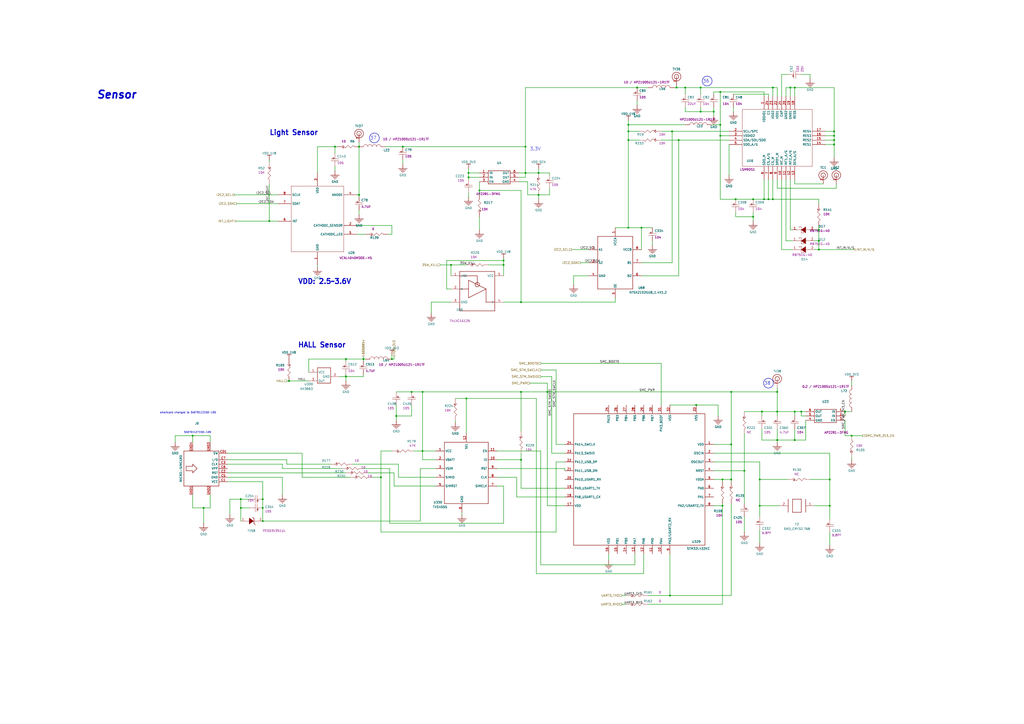
<source format=kicad_sch>
(kicad_sch (version 20241004) (generator "eeschema") (generator_version "8.99")
  (paper "A2")
  (title_block (title "Librem 5 Mainboard") (date "2024-03-21") (rev "v1.0.6") (company "Purism SPC") (comment 1 "GNU GPLv3+") (comment 2 "Copyright"))
  (circle (center 410.21 46.99) (radius 2.845) (stroke (width 0.254)))
  (circle (center 217.17 80.01) (radius 2.845) (stroke (width 0.254)))
  (circle (center 445.77 222.25) (radius 2.845) (stroke (width 0.254)))
  (text "Light Sensor" (at 156.21 78.74 0) (effects (font (size 2.921 2.921) (bold yes)) (justify left bottom)))
  (text "SA0701127150-105" (at 106.68 251.46 0) (effects (font (size 1.016 1.016)) (justify left bottom)))
  (text "37" (at 214.63 81.28 0) (effects (font (size 1.905 1.905)) (justify left bottom)))
  (text "Sensor" (at 55.88 57.658 0) (effects (font (size 4.445 4.445) (bold yes) (italic yes)) (justify left bottom)))
  (text "3.3V" (at 307.34 87.63 0) (effects (font (size 1.905 1.905)) (justify left bottom)))
  (text "HALL Sensor" (at 172.72 201.93 0) (effects (font (size 2.921 2.921) (bold yes)) (justify left bottom)))
  (text "38" (at 443.23 223.52 0) (effects (font (size 1.905 1.905)) (justify left bottom)))
  (text "VDD: 2.5~3.6V" (at 172.72 165.1 0) (effects (font (size 2.921 2.921) (bold yes)) (justify left bottom)))
  (text "smartcard changed to SA070112150-105" (at 92.71 240.03 0) (effects (font (size 1.016 1.016)) (justify left bottom)))
  (text "36" (at 407.67 48.26 0) (effects (font (size 1.905 1.905)) (justify left bottom)))
  (junction (at 458.47 50.8))
  (junction (at 494.03 252.73))
  (junction (at 406.4 64.77))
  (junction (at 270.51 231.14))
  (junction (at 445.77 115.57))
  (junction (at 397.51 50.8))
  (junction (at 194.31 85.09))
  (junction (at 139.7 294.64))
  (junction (at 111.76 252.73))
  (junction (at 419.1 278.13))
  (junction (at 312.42 113.03))
  (junction (at 481.33 293.37))
  (junction (at 364.49 132.08))
  (junction (at 436.88 125.73))
  (junction (at 417.83 78.74))
  (junction (at 152.4 302.26))
  (junction (at 461.01 238.76))
  (junction (at 388.62 345.44))
  (junction (at 474.98 133.35))
  (junction (at 441.96 238.76))
  (junction (at 483.87 76.2))
  (junction (at 440.69 278.13))
  (junction (at 364.49 81.28))
  (junction (at 245.11 261.62))
  (junction (at 208.28 85.09))
  (junction (at 483.87 83.82))
  (junction (at 403.86 234.95))
  (junction (at 436.88 115.57))
  (junction (at 233.68 85.09))
  (junction (at 245.11 227.33))
  (junction (at 389.89 76.2))
  (junction (at 200.66 218.44))
  (junction (at 431.8 273.05))
  (junction (at 364.49 76.2))
  (junction (at 156.21 128.27))
  (junction (at 461.01 50.8))
  (junction (at 392.43 50.8))
  (junction (at 426.72 115.57))
  (junction (at 302.26 227.33))
  (junction (at 406.4 50.8))
  (junction (at 167.64 220.98))
  (junction (at 220.98 276.86))
  (junction (at 312.42 100.33))
  (junction (at 417.83 72.39))
  (junction (at 450.85 255.27))
  (junction (at 139.7 289.56))
  (junction (at 292.1 153.67))
  (junction (at 414.02 64.77))
  (junction (at 208.28 113.03))
  (junction (at 450.85 238.76))
  (junction (at 261.62 153.67))
  (junction (at 483.87 78.74))
  (junction (at 424.18 257.81))
  (junction (at 304.8 100.33))
  (junction (at 461.01 255.27))
  (junction (at 152.4 294.64))
  (junction (at 424.18 227.33))
  (junction (at 227.33 208.28))
  (junction (at 474.98 144.78))
  (junction (at 424.18 278.13))
  (junction (at 483.87 81.28))
  (junction (at 448.31 50.8))
  (junction (at 200.66 208.28))
  (junction (at 419.1 293.37))
  (junction (at 229.87 241.3))
  (junction (at 210.82 208.28))
  (junction (at 443.23 115.57))
  (junction (at 393.7 81.28))
  (junction (at 464.82 238.76))
  (junction (at 304.8 85.09))
  (junction (at 417.83 53.34))
  (junction (at 440.69 293.37))
  (junction (at 292.1 151.13))
  (junction (at 271.78 100.33))
  (junction (at 364.49 72.39))
  (junction (at 490.22 238.76))
  (junction (at 238.76 227.33))
  (junction (at 302.26 175.26))
  (junction (at 481.33 278.13))
  (junction (at 118.11 294.64))
  (junction (at 448.31 115.57))
  (junction (at 302.26 266.7))
  (junction (at 372.11 132.08))
  (junction (at 317.5 227.33))
  (junction (at 271.78 102.87))
  (junction (at 474.98 139.7))
  (junction (at 450.85 227.33))
  (junction (at 152.4 289.56))
  (junction (at 369.57 50.8))
  (junction (at 278.13 110.49))
  (wire (pts (xy 208.28 82.55) (xy 208.28 85.09)) (stroke (width 0.254)))
  (wire (pts (xy 383.54 234.95) (xy 383.54 210.82)) (stroke (width 0.254)))
  (wire (pts (xy 363.22 345.44) (xy 360.68 345.44)) (stroke (width 0.254)))
  (wire (pts (xy 494.03 220.98) (xy 494.03 223.52)) (stroke (width 0.254)))
  (wire (pts (xy 163.83 269.24) (xy 163.83 271.78)) (stroke (width 0.254)))
  (wire (pts (xy 156.21 128.27) (xy 161.29 128.27)) (stroke (width 0.254)))
  (wire (pts (xy 317.5 222.25) (xy 307.34 222.25)) (stroke (width 0.254)))
  (wire (pts (xy 271.78 100.33) (xy 271.78 102.87)) (stroke (width 0.254)))
  (wire (pts (xy 233.68 85.09) (xy 304.8 85.09)) (stroke (width 0.254)))
  (wire (pts (xy 461.01 104.14) (xy 461.01 106.68)) (stroke (width 0.254)))
  (wire (pts (xy 238.76 241.3) (xy 238.76 234.95)) (stroke (width 0.254)))
  (wire (pts (xy 111.76 287.02) (xy 111.76 294.64)) (stroke (width 0.254)))
  (wire (pts (xy 481.33 308.61) (xy 481.33 316.23)) (stroke (width 0.254)))
  (wire (pts (xy 472.44 144.78) (xy 474.98 144.78)) (stroke (width 0.254)))
  (wire (pts (xy 483.87 76.2) (xy 483.87 78.74)) (stroke (width 0.254)))
  (wire (pts (xy 200.66 209.55) (xy 200.66 208.28)) (stroke (width 0.254)))
  (wire (pts (xy 453.39 104.14) (xy 453.39 144.78)) (stroke (width 0.254)))
  (wire (pts (xy 306.07 105.41) (xy 306.07 113.03)) (stroke (width 0.254)))
  (wire (pts (xy 264.16 243.84) (xy 264.16 245.11)) (stroke (width 0.254)))
  (wire (pts (xy 440.69 278.13) (xy 440.69 267.97)) (stroke (width 0.254)))
  (wire (pts (xy 356.87 172.72) (xy 356.87 175.26)) (stroke (width 0.254)))
  (wire (pts (xy 383.54 210.82) (xy 313.69 210.82)) (stroke (width 0.254)))
  (wire (pts (xy 311.15 231.14) (xy 311.15 332.74)) (stroke (width 0.254)))
  (wire (pts (xy 228.6 281.94) (xy 252.73 281.94)) (stroke (width 0.254)))
  (wire (pts (xy 175.26 262.89) (xy 132.08 262.89)) (stroke (width 0.254)))
  (wire (pts (xy 278.13 113.03) (xy 278.13 110.49)) (stroke (width 0.254)))
  (wire (pts (xy 283.21 153.67) (xy 292.1 153.67)) (stroke (width 0.254)))
  (wire (pts (xy 250.19 175.26) (xy 250.19 181.61)) (stroke (width 0.254)))
  (wire (pts (xy 424.18 278.13) (xy 419.1 278.13)) (stroke (width 0.254)))
  (wire (pts (xy 229.87 241.3) (xy 238.76 241.3)) (stroke (width 0.254)))
  (wire (pts (xy 478.79 81.28) (xy 483.87 81.28)) (stroke (width 0.254)))
  (wire (pts (xy 318.77 100.33) (xy 312.42 100.33)) (stroke (width 0.254)))
  (wire (pts (xy 302.26 262.89) (xy 302.26 266.7)) (stroke (width 0.254)))
  (wire (pts (xy 419.1 279.4) (xy 419.1 278.13)) (stroke (width 0.254)))
  (wire (pts (xy 288.29 271.78) (xy 327.66 271.78)) (stroke (width 0.254)))
  (wire (pts (xy 472.44 133.35) (xy 474.98 133.35)) (stroke (width 0.254)))
  (wire (pts (xy 245.11 266.7) (xy 245.11 261.62)) (stroke (width 0.254)))
  (wire (pts (xy 369.57 58.42) (xy 369.57 60.96)) (stroke (width 0.254)))
  (wire (pts (xy 417.83 115.57) (xy 426.72 115.57)) (stroke (width 0.254)))
  (wire (pts (xy 210.82 209.55) (xy 210.82 208.28)) (stroke (width 0.254)))
  (wire (pts (xy 372.11 144.78) (xy 372.11 132.08)) (stroke (width 0.254)))
  (wire (pts (xy 270.51 153.67) (xy 261.62 153.67)) (stroke (width 0.254)))
  (wire (pts (xy 419.1 350.52) (xy 375.92 350.52)) (stroke (width 0.254)))
  (wire (pts (xy 229.87 241.3) (xy 229.87 243.84)) (stroke (width 0.254)))
  (wire (pts (xy 300.99 105.41) (xy 306.07 105.41)) (stroke (width 0.254)))
  (wire (pts (xy 414.02 64.77) (xy 406.4 64.77)) (stroke (width 0.254)))
  (wire (pts (xy 288.29 281.94) (xy 292.1 281.94)) (stroke (width 0.254)))
  (wire (pts (xy 220.98 276.86) (xy 215.9 276.86)) (stroke (width 0.254)))
  (wire (pts (xy 278.13 110.49) (xy 278.13 105.41)) (stroke (width 0.254)))
  (wire (pts (xy 455.93 104.14) (xy 455.93 139.7)) (stroke (width 0.254)))
  (wire (pts (xy 448.31 50.8) (xy 406.4 50.8)) (stroke (width 0.254)))
  (wire (pts (xy 406.4 62.23) (xy 406.4 64.77)) (stroke (width 0.254)))
  (wire (pts (xy 389.89 152.4) (xy 389.89 76.2)) (stroke (width 0.254)))
  (wire (pts (xy 341.63 144.78) (xy 331.47 144.78)) (stroke (width 0.254)))
  (wire (pts (xy 426.72 125.73) (xy 436.88 125.73)) (stroke (width 0.254)))
  (wire (pts (xy 417.83 72.39) (xy 412.75 72.39)) (stroke (width 0.254)))
  (wire (pts (xy 461.01 50.8) (xy 483.87 50.8)) (stroke (width 0.254)))
  (wire (pts (xy 383.54 76.2) (xy 389.89 76.2)) (stroke (width 0.254)))
  (wire (pts (xy 288.29 261.62) (xy 313.69 261.62)) (stroke (width 0.254)))
  (wire (pts (xy 363.22 350.52) (xy 360.68 350.52)) (stroke (width 0.254)))
  (wire (pts (xy 472.44 293.37) (xy 481.33 293.37)) (stroke (width 0.254)))
  (wire (pts (xy 261.62 167.64) (xy 259.08 167.64)) (stroke (width 0.254)))
  (wire (pts (xy 313.69 327.66) (xy 368.3 327.66)) (stroke (width 0.254)))
  (wire (pts (xy 419.1 278.13) (xy 414.02 278.13)) (stroke (width 0.254)))
  (wire (pts (xy 459.74 133.35) (xy 458.47 133.35)) (stroke (width 0.254)))
  (wire (pts (xy 203.2 276.86) (xy 175.26 276.86)) (stroke (width 0.254)))
  (wire (pts (xy 327.66 293.37) (xy 317.5 293.37)) (stroke (width 0.254)))
  (wire (pts (xy 389.89 76.2) (xy 422.91 76.2)) (stroke (width 0.254)))
  (wire (pts (xy 469.9 278.13) (xy 481.33 278.13)) (stroke (width 0.254)))
  (wire (pts (xy 252.73 261.62) (xy 245.11 261.62)) (stroke (width 0.254)))
  (wire (pts (xy 156.21 93.98) (xy 156.21 92.71)) (stroke (width 0.254)))
  (wire (pts (xy 228.6 207.01) (xy 228.6 208.28)) (stroke (width 0.254)))
  (wire (pts (xy 424.18 292.1) (xy 424.18 345.44)) (stroke (width 0.254)))
  (wire (pts (xy 453.39 55.88) (xy 453.39 43.18)) (stroke (width 0.254)))
  (wire (pts (xy 441.96 238.76) (xy 450.85 238.76)) (stroke (width 0.254)))
  (wire (pts (xy 299.72 288.29) (xy 327.66 288.29)) (stroke (width 0.254)))
  (wire (pts (xy 467.36 238.76) (xy 464.82 238.76)) (stroke (width 0.254)))
  (wire (pts (xy 440.69 307.34) (xy 440.69 314.96)) (stroke (width 0.254)))
  (wire (pts (xy 481.33 262.89) (xy 414.02 262.89)) (stroke (width 0.254)))
  (wire (pts (xy 455.93 55.88) (xy 455.93 50.8)) (stroke (width 0.254)))
  (wire (pts (xy 318.77 101.6) (xy 318.77 100.33)) (stroke (width 0.254)))
  (wire (pts (xy 494.03 265.43) (xy 494.03 266.7)) (stroke (width 0.254)))
  (wire (pts (xy 424.18 345.44) (xy 388.62 345.44)) (stroke (width 0.254)))
  (wire (pts (xy 152.4 289.56) (xy 152.4 294.64)) (stroke (width 0.254)))
  (wire (pts (xy 200.66 208.28) (xy 179.07 208.28)) (stroke (width 0.254)))
  (wire (pts (xy 424.18 227.33) (xy 450.85 227.33)) (stroke (width 0.254)))
  (wire (pts (xy 226.06 271.78) (xy 210.82 271.78)) (stroke (width 0.254)))
  (wire (pts (xy 200.66 218.44) (xy 200.66 220.98)) (stroke (width 0.254)))
  (wire (pts (xy 312.42 113.03) (xy 312.42 115.57)) (stroke (width 0.254)))
  (wire (pts (xy 278.13 110.49) (xy 302.26 110.49)) (stroke (width 0.254)))
  (wire (pts (xy 464.82 43.18) (xy 469.9 43.18)) (stroke (width 0.254)))
  (wire (pts (xy 111.76 252.73) (xy 101.6 252.73)) (stroke (width 0.254)))
  (wire (pts (xy 144.78 289.56) (xy 139.7 289.56)) (stroke (width 0.254)))
  (wire (pts (xy 373.38 332.74) (xy 373.38 321.31)) (stroke (width 0.254)))
  (wire (pts (xy 231.14 276.86) (xy 252.73 276.86)) (stroke (width 0.254)))
  (wire (pts (xy 370.84 76.2) (xy 364.49 76.2)) (stroke (width 0.254)))
  (wire (pts (xy 455.93 50.8) (xy 458.47 50.8)) (stroke (width 0.254)))
  (wire (pts (xy 440.69 278.13) (xy 457.2 278.13)) (stroke (width 0.254)))
  (wire (pts (xy 231.14 269.24) (xy 231.14 276.86)) (stroke (width 0.254)))
  (wire (pts (xy 483.87 83.82) (xy 483.87 91.44)) (stroke (width 0.254)))
  (wire (pts (xy 179.07 208.28) (xy 179.07 215.9)) (stroke (width 0.254)))
  (wire (pts (xy 292.1 303.53) (xy 226.06 303.53)) (stroke (width 0.254)))
  (wire (pts (xy 111.76 252.73) (xy 111.76 256.54)) (stroke (width 0.254)))
  (wire (pts (xy 414.02 54.61) (xy 414.02 53.34)) (stroke (width 0.254)))
  (wire (pts (xy 332.74 160.02) (xy 332.74 165.1)) (stroke (width 0.254)))
  (wire (pts (xy 467.36 255.27) (xy 461.01 255.27)) (stroke (width 0.254)))
  (wire (pts (xy 184.15 153.67) (xy 184.15 154.94)) (stroke (width 0.254)))
  (wire (pts (xy 311.15 332.74) (xy 373.38 332.74)) (stroke (width 0.254)))
  (wire (pts (xy 453.39 144.78) (xy 459.74 144.78)) (stroke (width 0.254)))
  (wire (pts (xy 302.26 110.49) (xy 302.26 175.26)) (stroke (width 0.254)))
  (wire (pts (xy 264.16 231.14) (xy 270.51 231.14)) (stroke (width 0.254)))
  (wire (pts (xy 194.31 85.09) (xy 194.31 88.9)) (stroke (width 0.254)))
  (wire (pts (xy 318.77 113.03) (xy 318.77 109.22)) (stroke (width 0.254)))
  (wire (pts (xy 313.69 261.62) (xy 313.69 327.66)) (stroke (width 0.254)))
  (wire (pts (xy 441.96 255.27) (xy 450.85 255.27)) (stroke (width 0.254)))
  (wire (pts (xy 152.4 302.26) (xy 243.84 302.26)) (stroke (width 0.254)))
  (wire (pts (xy 322.58 308.61) (xy 322.58 267.97)) (stroke (width 0.254)))
  (wire (pts (xy 175.26 276.86) (xy 175.26 262.89)) (stroke (width 0.254)))
  (wire (pts (xy 302.26 250.19) (xy 302.26 227.33)) (stroke (width 0.254)))
  (wire (pts (xy 132.08 279.4) (xy 152.4 279.4)) (stroke (width 0.254)))
  (wire (pts (xy 270.51 231.14) (xy 270.51 251.46)) (stroke (width 0.254)))
  (wire (pts (xy 388.62 321.31) (xy 388.62 345.44)) (stroke (width 0.254)))
  (wire (pts (xy 271.78 97.79) (xy 271.78 100.33)) (stroke (width 0.254)))
  (wire (pts (xy 317.5 227.33) (xy 317.5 222.25)) (stroke (width 0.254)))
  (wire (pts (xy 228.6 208.28) (xy 227.33 208.28)) (stroke (width 0.254)))
  (wire (pts (xy 220.98 276.86) (xy 220.98 261.62)) (stroke (width 0.254)))
  (wire (pts (xy 436.88 125.73) (xy 436.88 128.27)) (stroke (width 0.254)))
  (wire (pts (xy 461.01 248.92) (xy 461.01 255.27)) (stroke (width 0.254)))
  (wire (pts (xy 458.47 50.8) (xy 461.01 50.8)) (stroke (width 0.254)))
  (wire (pts (xy 240.03 261.62) (xy 245.11 261.62)) (stroke (width 0.254)))
  (wire (pts (xy 397.51 72.39) (xy 364.49 72.39)) (stroke (width 0.254)))
  (wire (pts (xy 448.31 55.88) (xy 448.31 50.8)) (stroke (width 0.254)))
  (wire (pts (xy 461.01 106.68) (xy 477.52 106.68)) (stroke (width 0.254)))
  (wire (pts (xy 450.85 227.33) (xy 450.85 238.76)) (stroke (width 0.254)))
  (wire (pts (xy 302.26 283.21) (xy 302.26 266.7)) (stroke (width 0.254)))
  (wire (pts (xy 208.28 121.92) (xy 208.28 124.46)) (stroke (width 0.254)))
  (wire (pts (xy 474.98 133.35) (xy 474.98 139.7)) (stroke (width 0.254)))
  (wire (pts (xy 327.66 262.89) (xy 320.04 262.89)) (stroke (width 0.254)))
  (wire (pts (xy 133.35 289.56) (xy 133.35 298.45)) (stroke (width 0.254)))
  (wire (pts (xy 397.51 64.77) (xy 406.4 64.77)) (stroke (width 0.254)))
  (wire (pts (xy 299.72 276.86) (xy 299.72 288.29)) (stroke (width 0.254)))
  (wire (pts (xy 403.86 234.95) (xy 416.56 234.95)) (stroke (width 0.254)))
  (wire (pts (xy 422.91 83.82) (xy 422.91 101.6)) (stroke (width 0.254)))
  (wire (pts (xy 426.72 123.19) (xy 426.72 125.73)) (stroke (width 0.254)))
  (wire (pts (xy 194.31 85.09) (xy 184.15 85.09)) (stroke (width 0.254)))
  (wire (pts (xy 132.08 266.7) (xy 166.37 266.7)) (stroke (width 0.254)))
  (wire (pts (xy 118.11 294.64) (xy 118.11 303.53)) (stroke (width 0.254)))
  (wire (pts (xy 292.1 160.02) (xy 292.1 153.67)) (stroke (width 0.254)))
  (wire (pts (xy 194.31 99.06) (xy 194.31 96.52)) (stroke (width 0.254)))
  (wire (pts (xy 228.6 274.32) (xy 228.6 281.94)) (stroke (width 0.254)))
  (wire (pts (xy 212.09 135.89) (xy 207.01 135.89)) (stroke (width 0.254)))
  (wire (pts (xy 419.1 293.37) (xy 419.1 350.52)) (stroke (width 0.254)))
  (wire (pts (xy 261.62 153.67) (xy 255.27 153.67)) (stroke (width 0.254)))
  (wire (pts (xy 259.08 167.64) (xy 259.08 151.13)) (stroke (width 0.254)))
  (wire (pts (xy 443.23 53.34) (xy 417.83 53.34)) (stroke (width 0.254)))
  (wire (pts (xy 320.04 262.89) (xy 320.04 218.44)) (stroke (width 0.254)))
  (wire (pts (xy 356.87 175.26) (xy 302.26 175.26)) (stroke (width 0.254)))
  (wire (pts (xy 383.54 81.28) (xy 393.7 81.28)) (stroke (width 0.254)))
  (wire (pts (xy 208.28 113.03) (xy 208.28 85.09)) (stroke (width 0.254)))
  (wire (pts (xy 369.57 50.8) (xy 375.92 50.8)) (stroke (width 0.254)))
  (wire (pts (xy 393.7 81.28) (xy 422.91 81.28)) (stroke (width 0.254)))
  (wire (pts (xy 478.79 76.2) (xy 483.87 76.2)) (stroke (width 0.254)))
  (wire (pts (xy 450.85 255.27) (xy 450.85 248.92)) (stroke (width 0.254)))
  (wire (pts (xy 424.18 279.4) (xy 424.18 278.13)) (stroke (width 0.254)))
  (wire (pts (xy 220.98 261.62) (xy 227.33 261.62)) (stroke (width 0.254)))
  (wire (pts (xy 327.66 271.78) (xy 327.66 273.05)) (stroke (width 0.254)))
  (wire (pts (xy 372.11 160.02) (xy 393.7 160.02)) (stroke (width 0.254)))
  (wire (pts (xy 431.8 273.05) (xy 431.8 251.46)) (stroke (width 0.254)))
  (wire (pts (xy 364.49 132.08) (xy 364.49 81.28)) (stroke (width 0.254)))
  (wire (pts (xy 391.16 50.8) (xy 392.43 50.8)) (stroke (width 0.254)))
  (wire (pts (xy 397.51 50.8) (xy 406.4 50.8)) (stroke (width 0.254)))
  (wire (pts (xy 490.22 241.3) (xy 490.22 238.76)) (stroke (width 0.254)))
  (wire (pts (xy 302.26 266.7) (xy 288.29 266.7)) (stroke (width 0.254)))
  (wire (pts (xy 392.43 49.53) (xy 392.43 50.8)) (stroke (width 0.254)))
  (wire (pts (xy 208.28 114.3) (xy 208.28 113.03)) (stroke (width 0.254)))
  (wire (pts (xy 207.01 130.81) (xy 227.33 130.81)) (stroke (width 0.254)))
  (wire (pts (xy 453.39 43.18) (xy 457.2 43.18)) (stroke (width 0.254)))
  (wire (pts (xy 450.85 109.22) (xy 485.14 109.22)) (stroke (width 0.254)))
  (wire (pts (xy 388.62 234.95) (xy 403.86 234.95)) (stroke (width 0.254)))
  (wire (pts (xy 184.15 85.09) (xy 184.15 100.33)) (stroke (width 0.254)))
  (wire (pts (xy 414.02 273.05) (xy 431.8 273.05)) (stroke (width 0.254)))
  (wire (pts (xy 445.77 115.57) (xy 448.31 115.57)) (stroke (width 0.254)))
  (wire (pts (xy 212.09 208.28) (xy 210.82 208.28)) (stroke (width 0.254)))
  (wire (pts (xy 370.84 81.28) (xy 364.49 81.28)) (stroke (width 0.254)))
  (wire (pts (xy 288.29 276.86) (xy 299.72 276.86)) (stroke (width 0.254)))
  (wire (pts (xy 436.88 125.73) (xy 436.88 123.19)) (stroke (width 0.254)))
  (wire (pts (xy 304.8 85.09) (xy 304.8 100.33)) (stroke (width 0.254)))
  (wire (pts (xy 204.47 269.24) (xy 231.14 269.24)) (stroke (width 0.254)))
  (wire (pts (xy 227.33 135.89) (xy 224.79 135.89)) (stroke (width 0.254)))
  (wire (pts (xy 419.1 292.1) (xy 419.1 293.37)) (stroke (width 0.254)))
  (wire (pts (xy 443.23 115.57) (xy 445.77 115.57)) (stroke (width 0.254)))
  (wire (pts (xy 443.23 104.14) (xy 443.23 115.57)) (stroke (width 0.254)))
  (wire (pts (xy 243.84 271.78) (xy 252.73 271.78)) (stroke (width 0.254)))
  (wire (pts (xy 220.98 308.61) (xy 322.58 308.61)) (stroke (width 0.254)))
  (wire (pts (xy 464.82 238.76) (xy 461.01 238.76)) (stroke (width 0.254)))
  (wire (pts (xy 304.8 50.8) (xy 369.57 50.8)) (stroke (width 0.254)))
  (wire (pts (xy 166.37 269.24) (xy 191.77 269.24)) (stroke (width 0.254)))
  (wire (pts (xy 341.63 152.4) (xy 336.55 152.4)) (stroke (width 0.254)))
  (wire (pts (xy 259.08 151.13) (xy 292.1 151.13)) (stroke (width 0.254)))
  (wire (pts (xy 441.96 241.3) (xy 441.96 238.76)) (stroke (width 0.254)))
  (wire (pts (xy 414.02 64.77) (xy 414.02 67.31)) (stroke (width 0.254)))
  (wire (pts (xy 118.11 294.64) (xy 121.92 294.64)) (stroke (width 0.254)))
  (wire (pts (xy 450.85 224.79) (xy 450.85 227.33)) (stroke (width 0.254)))
  (wire (pts (xy 417.83 78.74) (xy 417.83 115.57)) (stroke (width 0.254)))
  (wire (pts (xy 163.83 271.78) (xy 198.12 271.78)) (stroke (width 0.254)))
  (wire (pts (xy 483.87 50.8) (xy 483.87 76.2)) (stroke (width 0.254)))
  (wire (pts (xy 267.97 297.18) (xy 267.97 298.45)) (stroke (width 0.254)))
  (wire (pts (xy 469.9 43.18) (xy 469.9 45.72)) (stroke (width 0.254)))
  (wire (pts (xy 271.78 102.87) (xy 271.78 104.14)) (stroke (width 0.254)))
  (wire (pts (xy 302.26 175.26) (xy 292.1 175.26)) (stroke (width 0.254)))
  (wire (pts (xy 152.4 279.4) (xy 152.4 289.56)) (stroke (width 0.254)))
  (wire (pts (xy 483.87 78.74) (xy 483.87 81.28)) (stroke (width 0.254)))
  (wire (pts (xy 229.87 234.95) (xy 229.87 241.3)) (stroke (width 0.254)))
  (wire (pts (xy 450.85 255.27) (xy 450.85 256.54)) (stroke (width 0.254)))
  (wire (pts (xy 474.98 130.81) (xy 474.98 133.35)) (stroke (width 0.254)))
  (wire (pts (xy 450.85 238.76) (xy 461.01 238.76)) (stroke (width 0.254)))
  (wire (pts (xy 317.5 293.37) (xy 317.5 227.33)) (stroke (width 0.254)))
  (wire (pts (xy 300.99 100.33) (xy 304.8 100.33)) (stroke (width 0.254)))
  (wire (pts (xy 414.02 62.23) (xy 414.02 64.77)) (stroke (width 0.254)))
  (wire (pts (xy 474.98 144.78) (xy 495.3 144.78)) (stroke (width 0.254)))
  (wire (pts (xy 135.89 113.03) (xy 161.29 113.03)) (stroke (width 0.254)))
  (wire (pts (xy 245.11 227.33) (xy 302.26 227.33)) (stroke (width 0.254)))
  (wire (pts (xy 500.38 252.73) (xy 494.03 252.73)) (stroke (width 0.254)))
  (wire (pts (xy 474.98 139.7) (xy 474.98 144.78)) (stroke (width 0.254)))
  (wire (pts (xy 416.56 234.95) (xy 416.56 241.3)) (stroke (width 0.254)))
  (wire (pts (xy 132.08 274.32) (xy 200.66 274.32)) (stroke (width 0.254)))
  (wire (pts (xy 440.69 267.97) (xy 414.02 267.97)) (stroke (width 0.254)))
  (wire (pts (xy 461.01 255.27) (xy 450.85 255.27)) (stroke (width 0.254)))
  (wire (pts (xy 353.06 321.31) (xy 353.06 325.12)) (stroke (width 0.254)))
  (wire (pts (xy 223.52 85.09) (xy 233.68 85.09)) (stroke (width 0.254)))
  (wire (pts (xy 292.1 281.94) (xy 292.1 303.53)) (stroke (width 0.254)))
  (wire (pts (xy 378.46 139.7) (xy 378.46 142.24)) (stroke (width 0.254)))
  (wire (pts (xy 445.77 104.14) (xy 445.77 115.57)) (stroke (width 0.254)))
  (wire (pts (xy 481.33 293.37) (xy 481.33 278.13)) (stroke (width 0.254)))
  (wire (pts (xy 137.16 128.27) (xy 156.21 128.27)) (stroke (width 0.254)))
  (wire (pts (xy 424.18 257.81) (xy 424.18 227.33)) (stroke (width 0.254)))
  (wire (pts (xy 425.45 62.23) (xy 425.45 64.77)) (stroke (width 0.254)))
  (wire (pts (xy 425.45 54.61) (xy 445.77 54.61)) (stroke (width 0.254)))
  (wire (pts (xy 278.13 100.33) (xy 271.78 100.33)) (stroke (width 0.254)))
  (wire (pts (xy 364.49 81.28) (xy 364.49 76.2)) (stroke (width 0.254)))
  (wire (pts (xy 304.8 100.33) (xy 312.42 100.33)) (stroke (width 0.254)))
  (wire (pts (xy 474.98 115.57) (xy 474.98 118.11)) (stroke (width 0.254)))
  (wire (pts (xy 464.82 241.3) (xy 464.82 238.76)) (stroke (width 0.254)))
  (wire (pts (xy 431.8 238.76) (xy 441.96 238.76)) (stroke (width 0.254)))
  (wire (pts (xy 322.58 214.63) (xy 313.69 214.63)) (stroke (width 0.254)))
  (wire (pts (xy 455.93 139.7) (xy 459.74 139.7)) (stroke (width 0.254)))
  (wire (pts (xy 163.83 276.86) (xy 163.83 287.02)) (stroke (width 0.254)))
  (wire (pts (xy 302.26 227.33) (xy 317.5 227.33)) (stroke (width 0.254)))
  (wire (pts (xy 304.8 85.09) (xy 304.8 50.8)) (stroke (width 0.254)))
  (wire (pts (xy 306.07 113.03) (xy 312.42 113.03)) (stroke (width 0.254)))
  (wire (pts (xy 137.16 118.11) (xy 161.29 118.11)) (stroke (width 0.254)))
  (wire (pts (xy 397.51 62.23) (xy 397.51 64.77)) (stroke (width 0.254)))
  (wire (pts (xy 388.62 345.44) (xy 375.92 345.44)) (stroke (width 0.254)))
  (wire (pts (xy 261.62 153.67) (xy 261.62 160.02)) (stroke (width 0.254)))
  (wire (pts (xy 372.11 152.4) (xy 389.89 152.4)) (stroke (width 0.254)))
  (wire (pts (xy 210.82 207.01) (xy 210.82 208.28)) (stroke (width 0.254)))
  (wire (pts (xy 245.11 261.62) (xy 245.11 227.33)) (stroke (width 0.254)))
  (wire (pts (xy 490.22 243.84) (xy 490.22 252.73)) (stroke (width 0.254)))
  (wire (pts (xy 372.11 132.08) (xy 364.49 132.08)) (stroke (width 0.254)))
  (wire (pts (xy 132.08 269.24) (xy 163.83 269.24)) (stroke (width 0.254)))
  (wire (pts (xy 481.33 278.13) (xy 481.33 262.89)) (stroke (width 0.254)))
  (wire (pts (xy 261.62 175.26) (xy 250.19 175.26)) (stroke (width 0.254)))
  (wire (pts (xy 452.12 293.37) (xy 440.69 293.37)) (stroke (width 0.254)))
  (wire (pts (xy 292.1 153.67) (xy 292.1 151.13)) (stroke (width 0.254)))
  (wire (pts (xy 378.46 132.08) (xy 372.11 132.08)) (stroke (width 0.254)))
  (wire (pts (xy 121.92 252.73) (xy 111.76 252.73)) (stroke (width 0.254)))
  (wire (pts (xy 368.3 327.66) (xy 368.3 321.31)) (stroke (width 0.254)))
  (wire (pts (xy 207.01 113.03) (xy 208.28 113.03)) (stroke (width 0.254)))
  (wire (pts (xy 327.66 283.21) (xy 302.26 283.21)) (stroke (width 0.254)))
  (wire (pts (xy 227.33 208.28) (xy 227.33 205.74)) (stroke (width 0.254)))
  (wire (pts (xy 443.23 55.88) (xy 443.23 53.34)) (stroke (width 0.254)))
  (wire (pts (xy 200.66 208.28) (xy 210.82 208.28)) (stroke (width 0.254)))
  (wire (pts (xy 393.7 160.02) (xy 393.7 81.28)) (stroke (width 0.254)))
  (wire (pts (xy 426.72 115.57) (xy 436.88 115.57)) (stroke (width 0.254)))
  (wire (pts (xy 179.07 220.98) (xy 167.64 220.98)) (stroke (width 0.254)))
  (wire (pts (xy 139.7 294.64) (xy 139.7 302.26)) (stroke (width 0.254)))
  (wire (pts (xy 195.58 85.09) (xy 194.31 85.09)) (stroke (width 0.254)))
  (wire (pts (xy 481.33 293.37) (xy 481.33 300.99)) (stroke (width 0.254)))
  (wire (pts (xy 431.8 273.05) (xy 431.8 292.1)) (stroke (width 0.254)))
  (wire (pts (xy 431.8 299.72) (xy 431.8 308.61)) (stroke (width 0.254)))
  (wire (pts (xy 200.66 218.44) (xy 200.66 217.17)) (stroke (width 0.254)))
  (wire (pts (xy 166.37 266.7) (xy 166.37 269.24)) (stroke (width 0.254)))
  (wire (pts (xy 213.36 274.32) (xy 228.6 274.32)) (stroke (width 0.254)))
  (wire (pts (xy 243.84 302.26) (xy 243.84 271.78)) (stroke (width 0.254)))
  (wire (pts (xy 414.02 293.37) (xy 419.1 293.37)) (stroke (width 0.254)))
  (wire (pts (xy 448.31 115.57) (xy 474.98 115.57)) (stroke (width 0.254)))
  (wire (pts (xy 252.73 266.7) (xy 245.11 266.7)) (stroke (width 0.254)))
  (wire (pts (xy 450.85 104.14) (xy 450.85 109.22)) (stroke (width 0.254)))
  (wire (pts (xy 152.4 294.64) (xy 152.4 302.26)) (stroke (width 0.254)))
  (wire (pts (xy 322.58 257.81) (xy 322.58 214.63)) (stroke (width 0.254)))
  (wire (pts (xy 270.51 231.14) (xy 311.15 231.14)) (stroke (width 0.254)))
  (wire (pts (xy 417.83 53.34) (xy 417.83 72.39)) (stroke (width 0.254)))
  (wire (pts (xy 317.5 227.33) (xy 424.18 227.33)) (stroke (width 0.254)))
  (wire (pts (xy 436.88 115.57) (xy 443.23 115.57)) (stroke (width 0.254)))
  (wire (pts (xy 478.79 83.82) (xy 483.87 83.82)) (stroke (width 0.254)))
  (wire (pts (xy 144.78 294.64) (xy 139.7 294.64)) (stroke (width 0.254)))
  (wire (pts (xy 450.85 50.8) (xy 450.85 55.88)) (stroke (width 0.254)))
  (wire (pts (xy 424.18 257.81) (xy 424.18 278.13)) (stroke (width 0.254)))
  (wire (pts (xy 467.36 241.3) (xy 464.82 241.3)) (stroke (width 0.254)))
  (wire (pts (xy 227.33 130.81) (xy 227.33 135.89)) (stroke (width 0.254)))
  (wire (pts (xy 278.13 102.87) (xy 271.78 102.87)) (stroke (width 0.254)))
  (wire (pts (xy 139.7 289.56) (xy 133.35 289.56)) (stroke (width 0.254)))
  (wire (pts (xy 417.83 72.39) (xy 417.83 78.74)) (stroke (width 0.254)))
  (wire (pts (xy 472.44 139.7) (xy 474.98 139.7)) (stroke (width 0.254)))
  (wire (pts (xy 304.8 102.87) (xy 304.8 100.33)) (stroke (width 0.254)))
  (wire (pts (xy 450.85 238.76) (xy 450.85 241.3)) (stroke (width 0.254)))
  (wire (pts (xy 364.49 72.39) (xy 364.49 69.85)) (stroke (width 0.254)))
  (wire (pts (xy 220.98 276.86) (xy 220.98 308.61)) (stroke (width 0.254)))
  (wire (pts (xy 226.06 303.53) (xy 226.06 271.78)) (stroke (width 0.254)))
  (wire (pts (xy 406.4 54.61) (xy 406.4 50.8)) (stroke (width 0.254)))
  (wire (pts (xy 210.82 218.44) (xy 200.66 218.44)) (stroke (width 0.254)))
  (wire (pts (xy 414.02 53.34) (xy 417.83 53.34)) (stroke (width 0.254)))
  (wire (pts (xy 414.02 257.81) (xy 424.18 257.81)) (stroke (width 0.254)))
  (wire (pts (xy 139.7 294.64) (xy 139.7 289.56)) (stroke (width 0.254)))
  (wire (pts (xy 478.79 78.74) (xy 483.87 78.74)) (stroke (width 0.254)))
  (wire (pts (xy 300.99 102.87) (xy 304.8 102.87)) (stroke (width 0.254)))
  (wire (pts (xy 461.01 55.88) (xy 461.01 50.8)) (stroke (width 0.254)))
  (wire (pts (xy 485.14 109.22) (xy 485.14 106.68)) (stroke (width 0.254)))
  (wire (pts (xy 440.69 293.37) (xy 440.69 299.72)) (stroke (width 0.254)))
  (wire (pts (xy 490.22 238.76) (xy 494.03 238.76)) (stroke (width 0.254)))
  (wire (pts (xy 121.92 294.64) (xy 121.92 287.02)) (stroke (width 0.254)))
  (wire (pts (xy 440.69 278.13) (xy 440.69 293.37)) (stroke (width 0.254)))
  (wire (pts (xy 327.66 257.81) (xy 322.58 257.81)) (stroke (width 0.254)))
  (wire (pts (xy 132.08 276.86) (xy 163.83 276.86)) (stroke (width 0.254)))
  (wire (pts (xy 392.43 50.8) (xy 397.51 50.8)) (stroke (width 0.254)))
  (wire (pts (xy 448.31 50.8) (xy 450.85 50.8)) (stroke (width 0.254)))
  (wire (pts (xy 490.22 252.73) (xy 494.03 252.73)) (stroke (width 0.254)))
  (wire (pts (xy 196.85 218.44) (xy 200.66 218.44)) (stroke (width 0.254)))
  (wire (pts (xy 341.63 160.02) (xy 332.74 160.02)) (stroke (width 0.254)))
  (wire (pts (xy 441.96 248.92) (xy 441.96 255.27)) (stroke (width 0.254)))
  (wire (pts (xy 278.13 125.73) (xy 278.13 133.35)) (stroke (width 0.254)))
  (wire (pts (xy 445.77 54.61) (xy 445.77 55.88)) (stroke (width 0.254)))
  (wire (pts (xy 322.58 267.97) (xy 327.66 267.97)) (stroke (width 0.254)))
  (wire (pts (xy 210.82 217.17) (xy 210.82 218.44)) (stroke (width 0.254)))
  (wire (pts (xy 458.47 55.88) (xy 458.47 50.8)) (stroke (width 0.254)))
  (wire (pts (xy 111.76 294.64) (xy 118.11 294.64)) (stroke (width 0.254)))
  (wire (pts (xy 233.68 92.71) (xy 233.68 95.25)) (stroke (width 0.254)))
  (wire (pts (xy 238.76 227.33) (xy 245.11 227.33)) (stroke (width 0.254)))
  (wire (pts (xy 312.42 100.33) (xy 312.42 97.79)) (stroke (width 0.254)))
  (wire (pts (xy 448.31 104.14) (xy 448.31 115.57)) (stroke (width 0.254)))
  (wire (pts (xy 364.49 76.2) (xy 364.49 72.39)) (stroke (width 0.254)))
  (wire (pts (xy 121.92 256.54) (xy 121.92 252.73)) (stroke (width 0.254)))
  (wire (pts (xy 356.87 132.08) (xy 364.49 132.08)) (stroke (width 0.254)))
  (wire (pts (xy 397.51 54.61) (xy 397.51 50.8)) (stroke (width 0.254)))
  (wire (pts (xy 422.91 78.74) (xy 417.83 78.74)) (stroke (width 0.254)))
  (wire (pts (xy 271.78 114.3) (xy 271.78 111.76)) (stroke (width 0.254)))
  (wire (pts (xy 229.87 227.33) (xy 238.76 227.33)) (stroke (width 0.254)))
  (wire (pts (xy 292.1 151.13) (xy 292.1 149.86)) (stroke (width 0.254)))
  (wire (pts (xy 101.6 252.73) (xy 101.6 256.54)) (stroke (width 0.254)))
  (wire (pts (xy 320.04 218.44) (xy 313.69 218.44)) (stroke (width 0.254)))
  (wire (pts (xy 483.87 81.28) (xy 483.87 83.82)) (stroke (width 0.254)))
  (wire (pts (xy 312.42 113.03) (xy 318.77 113.03)) (stroke (width 0.254)))
  (wire (pts (xy 458.47 133.35) (xy 458.47 104.14)) (stroke (width 0.254)))
  (wire (pts (xy 461.01 238.76) (xy 461.01 241.3)) (stroke (width 0.254)))
  (wire (pts (xy 467.36 243.84) (xy 467.36 255.27)) (stroke (width 0.254)))
  (wire (pts (xy 156.21 106.68) (xy 156.21 128.27)) (stroke (width 0.254)))
  (wire (pts (xy 167.64 220.98) (xy 166.37 220.98)) (stroke (width 0.254)))
  (label "SMC_PWR" (at 370.84 227.33 0))
  (label "INT_LIGHT" (at 156.21 116.84 90))
  (label "INT_M/A/G" (at 485.14 144.78 0))
  (label "I2C2_SCL" (at 336.55 144.78 0))
  (label "I2C2_SDA" (at 339.09 152.4 0))
  (label "3SW_KILL" (at 266.7 153.67 0))
  (label "UART3_RXD" (at 361.95 350.52 0))
  (label "I2C2_SCL" (at 148.59 113.03 0))
  (label "SMC_PWR_3V3_EN" (at 490.22 248.92 90))
  (label "HALL" (at 172.72 220.98 0))
  (label "UART3_TXD" (at 361.95 345.44 0))
  (label "I2C2_SDA" (at 149.86 118.11 0))
  (label "SMC_STM_SWCLK" (at 322.58 236.22 90))
  (label "SMC_STM_SWDIO" (at 320.04 241.3 90))
  (label "SMC_BOOT0" (at 347.98 210.82 0))
  (hierarchical_label "I2C2_SDA" (shape passive) (at 137.16 118.11 180))
  (hierarchical_label "VDD_3V3" (shape bidirectional) (at 228.6 207.01 90))
  (hierarchical_label "UART3_RXD" (shape passive) (at 360.68 350.52 180))
  (hierarchical_label "SMC_STM_SWCLK" (shape passive) (at 313.69 214.63 180))
  (hierarchical_label "$$$8854" (shape bidirectional) (at 210.82 207.01 90))
  (hierarchical_label "SMC_STM_SWDIO" (shape passive) (at 313.69 218.44 180))
  (hierarchical_label "INT_M/A/G" (shape bidirectional) (at 495.3 144.78 0))
  (hierarchical_label "I2C2_SDA" (shape passive) (at 336.55 152.4 180))
  (hierarchical_label "INT_LIGHT" (shape bidirectional) (at 137.16 128.27 180))
  (hierarchical_label "I2C2_SCL" (shape passive) (at 331.47 144.78 180))
  (hierarchical_label "SMC_PWR_3V3_EN" (shape passive) (at 500.38 252.73 0))
  (hierarchical_label "I2C2_SCL" (shape output) (at 135.89 113.03 180))
  (hierarchical_label "SMC_PWR" (shape passive) (at 307.34 222.25 180))
  (hierarchical_label "UART3_TXD" (shape passive) (at 360.68 345.44 180))
  (hierarchical_label "3SW_KILL" (shape passive) (at 255.27 153.67 180))
  (hierarchical_label "HALL" (shape passive) (at 166.37 220.98 180))
  (hierarchical_label "SMC_BOOT0" (shape passive) (at 313.69 210.82 180))
  (symbol (lib_id "C-14_SENSOR_SMARTCARD:root_0_C0201") (at 375.92 137.16 0) (unit 1)
    (property "Reference" "C334" (at 379.73 134.62 0) (effects (justify left bottom)))
    (property "Value" "C0201" (effects (hide yes)))
    (property "Footprint" "CAP-0201" (effects (hide yes)))
    (property "VOLTAGE" "6.3V" (effects (hide yes)))
    (property "DESCRIPTION" "CAP CER 0.1uF 6V3 20% X5R 0201" (effects (hide yes)))
    (property "PCB DECAL" "CAP-0201" (effects (hide yes)))
    (property "VALUE" "104" (at 379.73 138.43 0) (effects (justify left bottom)))
    (property "GEOMETRY.HEIGHT" "0.3MM" (effects (hide yes)))
    (property "PCB FOOTPRINT" "201" (effects (hide yes)))
  )
  (symbol (lib_id "C-14_SENSOR_SMARTCARD:GND") (at 450.85 256.54 0) (unit 1)
    (property "Reference" "#PWR?" (effects (hide yes)))
    (property "Value" "GND" (at 450.85 262.89 0))
  )
  (symbol (lib_id "C-14_SENSOR_SMARTCARD:root_0_C0201") (at 191.77 93.98 0) (unit 1)
    (property "Reference" "C143" (at 195.58 91.44 0) (effects (justify left bottom)))
    (property "Value" "C0201" (effects (hide yes)))
    (property "Footprint" "CAP-0201" (effects (hide yes)))
    (property "VOLTAGE" "6.3V" (effects (hide yes)))
    (property "DESCRIPTION" "CAP CER 1uF 6V3 20% X5R 0201" (effects (hide yes)))
    (property "PCB DECAL" "CAP-0201" (effects (hide yes)))
    (property "VALUE" "105" (at 195.58 95.25 0) (effects (justify left bottom)))
    (property "GEOMETRY.HEIGHT" "0.3MM" (effects (hide yes)))
    (property "PCB FOOTPRINT" "201" (effects (hide yes)))
  )
  (symbol (lib_id "C-14_SENSOR_SMARTCARD:root_3_mirrored_RES_2") (at 208.28 269.24 0) (unit 1)
    (property "Reference" "R216" (at 191.77 271.78 0) (effects (justify right bottom)))
    (property "Value" "RES_2" (effects (hide yes)))
    (property "Footprint" "RES-0201" (effects (hide yes)))
    (property "DESCRIPTION" "Resistor Chip 0201 10R Ohm 1/16W 1% RALEC" (effects (hide yes)))
    (property "PCB DECAL" "RES-0201" (effects (hide yes)))
    (property "VALUE" "10" (at 212.09 271.78 0) (effects (justify right bottom)))
    (property "GEOMETRY.HEIGHT" "0.3MM" (effects (hide yes)))
    (property "PCB FOOTPRINT" "201" (effects (hide yes)))
  )
  (symbol (lib_id "C-14_SENSOR_SMARTCARD:root_3_RES_2") (at 373.38 73.66 0) (unit 1)
    (property "Reference" "R19" (at 369.57 78.74 0) (effects (justify left bottom)))
    (property "Value" "RES_2" (effects (hide yes)))
    (property "Footprint" "RES-0201" (effects (hide yes)))
    (property "DESCRIPTION" "Resistor Chip 0201 10K Ohm 1/16W 1% RALEC" (effects (hide yes)))
    (property "PCB DECAL" "RES-0201" (effects (hide yes)))
    (property "VALUE" "10K" (at 382.27 78.74 0) (effects (justify left bottom)))
    (property "GEOMETRY.HEIGHT" "0.3MM" (effects (hide yes)))
    (property "PCB FOOTPRINT" "201" (effects (hide yes)))
  )
  (symbol (lib_id "C-14_SENSOR_SMARTCARD:GND") (at 414.02 67.31 0) (unit 1)
    (property "Reference" "#PWR?" (effects (hide yes)))
    (property "Value" "GND" (at 414.02 73.66 0))
  )
  (symbol (lib_id "C-14_SENSOR_SMARTCARD:GND") (at 436.88 128.27 0) (unit 1)
    (property "Reference" "#PWR?" (effects (hide yes)))
    (property "Value" "GND" (at 436.88 134.62 0))
  )
  (symbol (lib_id "C-14_SENSOR_SMARTCARD:GND") (at 184.15 154.94 0) (unit 1)
    (property "Reference" "#PWR?" (effects (hide yes)))
    (property "Value" "GND" (at 184.15 161.29 0))
  )
  (symbol (lib_id "C-14_SENSOR_SMARTCARD:root_1_RES_2") (at 373.38 353.06 0) (unit 1)
    (property "Reference" "R162" (at 378.46 347.98 0) (effects (justify right top)))
    (property "Value" "RES_2" (effects (hide yes)))
    (property "Footprint" "RES-0201" (effects (hide yes)))
    (property "DESCRIPTION" "Resistor Chip 0201 0R Ohm 1/16W 1% RALEC" (effects (hide yes)))
    (property "PCB DECAL" "RES-0201" (effects (hide yes)))
    (property "VALUE" "0" (at 383.54 347.98 0) (effects (justify right top)))
    (property "GEOMETRY.HEIGHT" "0.8MM" (effects (hide yes)))
    (property "PCB FOOTPRINT" "201" (effects (hide yes)))
  )
  (symbol (lib_id "C-14_SENSOR_SMARTCARD:root_3_mirrored_RES_2") (at 280.67 151.13 0) (unit 1)
    (property "Reference" "R220" (at 278.13 147.32 0) (effects (justify right bottom)))
    (property "Value" "RES_2" (effects (hide yes)))
    (property "Footprint" "RES-0201" (effects (hide yes)))
    (property "PCB DECAL" "RES-0201" (effects (hide yes)))
    (property "DESCRIPTION" "Resistor Chip 0201 10K Ohm 1/16W 1% RALEC" (effects (hide yes)))
    (property "VALUE" "10K" (at 276.86 149.86 0) (effects (justify right bottom)))
    (property "GEOMETRY.HEIGHT" "0.3MM" (effects (hide yes)))
    (property "PCB FOOTPRINT" "201" (effects (hide yes)))
  )
  (symbol (lib_id "C-14_SENSOR_SMARTCARD:VDD_1V8") (at 364.49 69.85 180) (unit 1)
    (property "Reference" "#PWR?" (effects (hide yes)))
    (property "Value" "VDD_1V8" (at 364.49 66.04 0))
  )
  (symbol (lib_id "C-14_SENSOR_SMARTCARD:root_0_mirrored_SMD_CRY32.768") (at 464.82 297.18 0) (unit 1)
    (property "Reference" "Y2" (at 462.28 304.8 0) (effects (justify bottom)))
    (property "Value" "SMD_CRY32.768" (at 462.28 306.07 0) (effects (justify top)))
    (property "Footprint" "SMD_CRY32.768" (effects (hide yes)))
    (property "PCB DECAL" "SMD_CRY32.768" (effects (hide yes)))
    (property "DESCRIPTION" "CLOCK Crystal 1.5~3.6V ASH7K-32.768KHz-Load Capacitance 6PF,¡À 20PPM" (effects (hide yes)))
    (property "GEOMETRY.HEIGHT" "1MM" (effects (hide yes)))
    (property "MFG_NAME" "ECS Inc" (effects (hide yes)))
    (property "PCB FOOTPRINT" "3.2x1.5x1mm" (effects (hide yes)))
    (property "VALUE" "ECS-.327-CDX-1128" (effects (hide yes)))
  )
  (symbol (lib_id "C-14_SENSOR_SMARTCARD:GND") (at 332.74 165.1 0) (unit 1)
    (property "Reference" "#PWR?" (effects (hide yes)))
    (property "Value" "GND" (at 332.74 171.45 0))
  )
  (symbol (lib_id "C-14_SENSOR_SMARTCARD:GND") (at 416.56 241.3 0) (unit 1)
    (property "Reference" "#PWR?" (effects (hide yes)))
    (property "Value" "GND" (at 416.56 247.65 0))
  )
  (symbol (lib_id "C-14_SENSOR_SMARTCARD:root_1_RES_2") (at 222.25 138.43 0) (unit 1)
    (property "Reference" "R139" (at 219.71 137.16 0) (effects (justify right top)))
    (property "Value" "RES_2" (effects (hide yes)))
    (property "Footprint" "RES-0201" (effects (hide yes)))
    (property "DESCRIPTION" "Resistor Chip 0201 0R Ohm 1/16W 1% RALEC" (effects (hide yes)))
    (property "PCB DECAL" "RES-0201" (effects (hide yes)))
    (property "VALUE" "0" (at 217.17 132.08 0) (effects (justify right top)))
    (property "GEOMETRY.HEIGHT" "0.3MM" (effects (hide yes)))
    (property "PCB FOOTPRINT" "201" (effects (hide yes)))
  )
  (symbol (lib_id "C-14_SENSOR_SMARTCARD:root_1_mirrored_BEAD-0402") (at 214.63 210.82 0) (unit 1)
    (property "Reference" "L64" (at 222.25 208.28 0) (effects (justify left top)))
    (property "Value" "BEAD-0402" (effects (hide yes)))
    (property "Footprint" "IND-0402" (effects (hide yes)))
    (property "PCB DECAL" "IND-0402" (effects (hide yes)))
    (property "DESCRIPTION" "Resistor Chip 0402 10 Ohm 1/16W 1% RALEC" (effects (hide yes)))
    (property "VALUE" "10 / HPZ1005U121-1R1TF" (at 219.71 210.82 0) (effects (justify left top)))
    (property "GEOMETRY.HEIGHT" "0.5MM" (effects (hide yes)))
    (property "PCB FOOTPRINT" "402" (effects (hide yes)))
  )
  (symbol (lib_id "C-14_SENSOR_SMARTCARD:GND") (at 369.57 60.96 0) (unit 1)
    (property "Reference" "#PWR?" (effects (hide yes)))
    (property "Value" "GND" (at 369.57 67.31 0))
  )
  (symbol (lib_id "C-14_SENSOR_SMARTCARD:root_1_BEAD-0402") (at 388.62 53.34 0) (unit 1)
    (property "Reference" "L56" (at 386.08 50.8 0) (effects (justify right top)))
    (property "Value" "BEAD-0402" (effects (hide yes)))
    (property "Footprint" "IND-0402" (effects (hide yes)))
    (property "PCB DECAL" "IND-0402" (effects (hide yes)))
    (property "DESCRIPTION" "Resistor Chip 0402 10 Ohm 1/16W 1% RALEC" (effects (hide yes)))
    (property "VALUE" "10 / HPZ1005U121-1R1TF" (at 388.62 46.99 0) (effects (justify right top)))
    (property "GEOMETRY.HEIGHT" "0.5MM" (effects (hide yes)))
    (property "PCB FOOTPRINT" "402" (effects (hide yes)))
  )
  (symbol (lib_id "C-14_SENSOR_SMARTCARD:GND") (at 425.45 64.77 0) (unit 1)
    (property "Reference" "#PWR?" (effects (hide yes)))
    (property "Value" "GND" (at 425.45 71.12 0))
  )
  (symbol (lib_id "C-14_SENSOR_SMARTCARD:root_1_mirrored_TEST-POINT") (at 485.14 101.6 0) (unit 1)
    (property "Reference" "TC2" (at 485.14 96.52 0) (effects (justify top)))
    (property "Value" "TEST-POINT" (effects (hide yes)))
    (property "Footprint" "SIP-1PE" (effects (hide yes)))
    (property "PCB DECAL" "SIP-1PE" (effects (hide yes)))
    (property "VALUE" "M3" (effects (hide yes)))
    (property "GEOMETRY.HEIGHT" "0.1MM" (effects (hide yes)))
    (property "DESCRIPTION" "Z" (effects (hide yes)))
  )
  (symbol (lib_id "C-14_SENSOR_SMARTCARD:GND") (at 278.13 133.35 0) (unit 1)
    (property "Reference" "#PWR?" (effects (hide yes)))
    (property "Value" "GND" (at 278.13 139.7 0))
  )
  (symbol (lib_id "C-14_SENSOR_SMARTCARD:root_0_AP2281") (at 283.21 106.68 0) (unit 1)
    (property "Reference" "U4" (at 289.56 95.25 0) (effects (justify bottom)))
    (property "Value" "AP2281" (effects (hide yes)))
    (property "Footprint" "U-DFN2018-6" (effects (hide yes)))
    (property "PCB DECAL" "U-DFN2018-6" (effects (hide yes)))
    (property "GEOMETRY.HEIGHT" "0.6mm" (effects (hide yes)))
    (property "VALUE" "AP2281-3FMG" (at 283.21 111.76 0) (effects (justify top)))
    (property "MFG_NAME" "DIODES" (effects (hide yes)))
    (property "PCB FOOTPRINT" "U-DFN2018-6" (effects (hide yes)))
    (property "DESCRIPTION" "IC SWITCH 80mohm  1.5-6V" (effects (hide yes)))
    (property "SIGPIN7" "GND" (effects (hide yes)))
  )
  (symbol (lib_id "C-14_SENSOR_SMARTCARD:VDD_3V3") (at 494.03 220.98 180) (unit 1)
    (property "Reference" "#PWR?" (effects (hide yes)))
    (property "Value" "VDD_3V3" (at 494.03 217.17 0))
  )
  (symbol (lib_id "C-14_SENSOR_SMARTCARD:GND") (at 163.83 287.02 0) (unit 1)
    (property "Reference" "#PWR?" (effects (hide yes)))
    (property "Value" "GND" (at 163.83 293.37 0))
  )
  (symbol (lib_id "C-14_SENSOR_SMARTCARD:GND") (at 133.35 298.45 0) (unit 1)
    (property "Reference" "#PWR?" (effects (hide yes)))
    (property "Value" "GND" (at 133.35 304.8 0))
  )
  (symbol (lib_id "C-14_SENSOR_SMARTCARD:root_3_mirrored_RES_2") (at 213.36 274.32 0) (unit 1)
    (property "Reference" "R231" (at 200.66 276.86 0) (effects (justify right bottom)))
    (property "Value" "RES_2" (effects (hide yes)))
    (property "Footprint" "RES-0201" (effects (hide yes)))
    (property "DESCRIPTION" "Resistor Chip 0201 10R Ohm 1/16W 1% RALEC" (effects (hide yes)))
    (property "PCB DECAL" "RES-0201" (effects (hide yes)))
    (property "VALUE" "10" (at 215.9 276.86 0) (effects (justify right bottom)))
    (property "GEOMETRY.HEIGHT" "0.3MM" (effects (hide yes)))
    (property "PCB FOOTPRINT" "201" (effects (hide yes)))
  )
  (symbol (lib_id "C-14_SENSOR_SMARTCARD:GND") (at 118.11 303.53 0) (unit 1)
    (property "Reference" "#PWR?" (effects (hide yes)))
    (property "Value" "GND" (at 118.11 309.88 0))
  )
  (symbol (lib_id "C-14_SENSOR_SMARTCARD:root_0_C0402") (at 208.28 214.63 0) (unit 1)
    (property "Reference" "C513" (at 212.09 212.09 0) (effects (justify left bottom)))
    (property "Value" "C0402" (effects (hide yes)))
    (property "Footprint" "CAP-0402" (effects (hide yes)))
    (property "PCB DECAL" "CAP-0402" (effects (hide yes)))
    (property "DESCRIPTION" "CAP CER 4.7uF 6V3 20% X5R 0402" (effects (hide yes)))
    (property "VOLTAGE" "6.3V" (effects (hide yes)))
    (property "VALUE" "4.7UF" (at 212.09 215.9 0) (effects (justify left bottom)))
    (property "GEOMETRY.HEIGHT" "0.5MM" (effects (hide yes)))
    (property "PCB FOOTPRINT" "402" (effects (hide yes)))
  )
  (symbol (lib_id "C-14_SENSOR_SMARTCARD:root_0_RES_2") (at 416.56 289.56 0) (unit 1)
    (property "Reference" "R108" (at 414.02 297.18 0) (effects (justify left bottom)))
    (property "Value" "RES_2" (effects (hide yes)))
    (property "Footprint" "RES-0201" (effects (hide yes)))
    (property "DESCRIPTION" "Resistor Chip 0201 10K Ohm 1/16W 1% RALEC" (effects (hide yes)))
    (property "PCB DECAL" "RES-0201" (effects (hide yes)))
    (property "VALUE" "10K" (at 415.29 299.72 0) (effects (justify left bottom)))
    (property "GEOMETRY.HEIGHT" "0.8MM" (effects (hide yes)))
    (property "PCB FOOTPRINT" "201" (effects (hide yes)))
  )
  (symbol (lib_id "C-14_SENSOR_SMARTCARD:root_1_RES_2") (at 237.49 264.16 0) (unit 1)
    (property "Reference" "R179" (at 241.3 255.27 0) (effects (justify right top)))
    (property "Value" "RES_2" (effects (hide yes)))
    (property "Footprint" "RES-0201" (effects (hide yes)))
    (property "DESCRIPTION" "Resistor Chip 0201 47K Ohm 1/16W 1% RALEC" (effects (hide yes)))
    (property "PCB DECAL" "RES-0201" (effects (hide yes)))
    (property "VALUE" "47K" (at 241.3 257.81 0) (effects (justify right top)))
    (property "GEOMETRY.HEIGHT" "0.8MM" (effects (hide yes)))
    (property "PCB FOOTPRINT" "201" (effects (hide yes)))
  )
  (symbol (lib_id "C-14_SENSOR_SMARTCARD:root_0_TVS_0402_882") (at 142.24 304.8 0) (unit 1)
    (property "Reference" "TVS8" (at 143.51 308.61 0) (effects (justify left bottom)))
    (property "Value" "TVS_0402_882" (effects (hide yes)))
    (property "Footprint" "TVS-0402-882" (effects (hide yes)))
    (property "PCB DECAL" "TVS-0402-882" (effects (hide yes)))
    (property "DESCRIPTION" "IC ESD 3V3 200pF 30KV  SOD882 µ¥Ïò" (effects (hide yes)))
    (property "VALUE" "PESD3V3S1UL" (at 152.4 308.61 0) (effects (justify left bottom)))
    (property "GEOMETRY.HEIGHT" "0.5MM" (effects (hide yes)))
    (property "PCB FOOTPRINT" "SOD882 1x0.6x0.48mm" (effects (hide yes)))
    (property "MFG_NAME" "NXP" (effects (hide yes)))
  )
  (symbol (lib_id "C-14_SENSOR_SMARTCARD:root_0_mirrored_RES_2") (at 158.75 104.14 0) (unit 1)
    (property "Reference" "R52" (at 153.67 98.298 0) (effects (justify right bottom)))
    (property "Value" "RES_2" (effects (hide yes)))
    (property "Footprint" "RES-0201" (effects (hide yes)))
    (property "DESCRIPTION" "Resistor Chip 0201 10K Ohm 1/16W 1% RALEC" (effects (hide yes)))
    (property "PCB DECAL" "RES-0201" (effects (hide yes)))
    (property "VALUE" "10K" (at 153.67 100.838 0) (effects (justify right bottom)))
    (property "GEOMETRY.HEIGHT" "0.3MM" (effects (hide yes)))
    (property "PCB FOOTPRINT" "201" (effects (hide yes)))
  )
  (symbol (lib_id "C-14_SENSOR_SMARTCARD:root_3_RES_2") (at 373.38 78.74 0) (unit 1)
    (property "Reference" "R233" (at 368.3 83.82 0) (effects (justify left bottom)))
    (property "Value" "RES_2" (effects (hide yes)))
    (property "Footprint" "RES-0201" (effects (hide yes)))
    (property "DESCRIPTION" "Resistor Chip 0201 10K Ohm 1/16W 1% RALEC" (effects (hide yes)))
    (property "PCB DECAL" "RES-0201" (effects (hide yes)))
    (property "VALUE" "10K" (at 382.27 83.82 0) (effects (justify left bottom)))
    (property "GEOMETRY.HEIGHT" "0.3MM" (effects (hide yes)))
    (property "PCB FOOTPRINT" "201" (effects (hide yes)))
  )
  (symbol (lib_id "C-14_SENSOR_SMARTCARD:GND") (at 422.91 101.6 0) (unit 1)
    (property "Reference" "#PWR?" (effects (hide yes)))
    (property "Value" "GND" (at 422.91 107.95 0))
  )
  (symbol (lib_id "C-14_SENSOR_SMARTCARD:root_1_mirrored_TEST-POINT") (at 392.43 44.45 0) (unit 1)
    (property "Reference" "TV36" (at 392.43 39.37 0) (effects (justify top)))
    (property "Value" "TEST-POINT" (effects (hide yes)))
    (property "Footprint" "SIP-1PE" (effects (hide yes)))
    (property "PCB DECAL" "SIP-1PE" (effects (hide yes)))
    (property "VALUE" "M3" (effects (hide yes)))
    (property "GEOMETRY.HEIGHT" "0.1MM" (effects (hide yes)))
    (property "DESCRIPTION" "Z" (effects (hide yes)))
  )
  (symbol (lib_id "C-14_SENSOR_SMARTCARD:GND") (at 229.87 243.84 0) (unit 1)
    (property "Reference" "#PWR?" (effects (hide yes)))
    (property "Value" "GND" (at 229.87 250.19 0))
  )
  (symbol (lib_id "C-14_SENSOR_SMARTCARD:VDD_SEN") (at 312.42 97.79 180) (unit 1)
    (property "Reference" "#PWR?" (effects (hide yes)))
    (property "Value" "VDD_SEN" (at 312.42 93.98 0))
  )
  (symbol (lib_id "C-14_SENSOR_SMARTCARD:root_3_mirrored_RES_2") (at 201.93 266.7 0) (unit 1)
    (property "Reference" "R177" (at 191.77 267.97 0) (effects (justify right bottom)))
    (property "Value" "RES_2" (effects (hide yes)))
    (property "Footprint" "RES-0201" (effects (hide yes)))
    (property "DESCRIPTION" "Resistor Chip 0201 10R Ohm 1/16W 1% RALEC" (effects (hide yes)))
    (property "PCB DECAL" "RES-0201" (effects (hide yes)))
    (property "VALUE" "10" (at 208.28 267.97 0) (effects (justify right bottom)))
    (property "GEOMETRY.HEIGHT" "0.3MM" (effects (hide yes)))
    (property "PCB FOOTPRINT" "201" (effects (hide yes)))
  )
  (symbol (lib_id "C-14_SENSOR_SMARTCARD:root_0_C0402") (at 205.74 119.38 0) (unit 1)
    (property "Reference" "C78" (at 209.55 116.84 0) (effects (justify left bottom)))
    (property "Value" "C0402" (effects (hide yes)))
    (property "Footprint" "CAP-0402" (effects (hide yes)))
    (property "PCB DECAL" "CAP-0402" (effects (hide yes)))
    (property "DESCRIPTION" "CAP CER 4.7uF 6V3 20% X5R 0402" (effects (hide yes)))
    (property "VOLTAGE" "6.3V" (effects (hide yes)))
    (property "VALUE" "4.7UF" (at 209.55 120.65 0) (effects (justify left bottom)))
    (property "GEOMETRY.HEIGHT" "0.5MM" (effects (hide yes)))
    (property "PCB FOOTPRINT" "402" (effects (hide yes)))
  )
  (symbol (lib_id "C-14_SENSOR_SMARTCARD:root_0_C0402") (at 448.31 246.38 0) (unit 1)
    (property "Reference" "C360" (at 452.12 248.92 0) (effects (justify left bottom)))
    (property "Value" "C0402" (effects (hide yes)))
    (property "Footprint" "CAP-0402" (effects (hide yes)))
    (property "PCB DECAL" "CAP-0402" (effects (hide yes)))
    (property "DESCRIPTION" "CAP CER 4.7uF 6V3 20% X5R 0402" (effects (hide yes)))
    (property "VOLTAGE" "6.3V" (effects (hide yes)))
    (property "VALUE" "4.7UF" (at 452.12 251.46 0) (effects (justify left bottom)))
    (property "GEOMETRY.HEIGHT" "0.5MM" (effects (hide yes)))
    (property "PCB FOOTPRINT" "402" (effects (hide yes)))
  )
  (symbol (lib_id "C-14_SENSOR_SMARTCARD:root_1_RES_2") (at 205.74 87.63 0) (unit 1)
    (property "Reference" "R6" (at 205.74 81.28 0) (effects (justify right top)))
    (property "Value" "RES_2" (effects (hide yes)))
    (property "Footprint" "RES-0201" (effects (hide yes)))
    (property "DESCRIPTION" "Resistor Chip 0201 10R Ohm 1/16W 1% RALEC" (effects (hide yes)))
    (property "PCB DECAL" "RES-0201" (effects (hide yes)))
    (property "VALUE" "10" (at 200.66 81.28 0) (effects (justify right top)))
    (property "GEOMETRY.HEIGHT" "0.3MM" (effects (hide yes)))
    (property "PCB FOOTPRINT" "201" (effects (hide yes)))
  )
  (symbol (lib_id "C-14_SENSOR_SMARTCARD:GND") (at 481.33 316.23 0) (unit 1)
    (property "Reference" "#PWR?" (effects (hide yes)))
    (property "Value" "GND" (at 481.33 322.58 0))
  )
  (symbol (lib_id "C-14_SENSOR_SMARTCARD:root_0_mirrored_AP2281") (at 485.14 245.11 0) (unit 1)
    (property "Reference" "U23" (at 478.79 233.68 0) (effects (justify bottom)))
    (property "Value" "AP2281" (effects (hide yes)))
    (property "Footprint" "U-DFN2018-6" (effects (hide yes)))
    (property "PCB DECAL" "U-DFN2018-6" (effects (hide yes)))
    (property "GEOMETRY.HEIGHT" "0.6mm" (effects (hide yes)))
    (property "VALUE" "AP2281-3FMG" (at 485.14 250.19 0) (effects (justify top)))
    (property "MFG_NAME" "DIODES" (effects (hide yes)))
    (property "PCB FOOTPRINT" "U-DFN2018-6" (effects (hide yes)))
    (property "DESCRIPTION" "IC SWITCH 80mohm  1.5-6V" (effects (hide yes)))
    (property "SIGPIN7" "GND" (effects (hide yes)))
  )
  (symbol (lib_id "C-14_SENSOR_SMARTCARD:root_0_RES_2") (at 261.62 241.3 0) (unit 1)
    (property "Reference" "R224" (at 257.81 236.22 0) (effects (justify left bottom)))
    (property "Value" "RES_2" (effects (hide yes)))
    (property "Footprint" "RES-0201" (effects (hide yes)))
    (property "DESCRIPTION" "Resistor Chip 0201 10K Ohm 1/16W 1% RALEC" (effects (hide yes)))
    (property "PCB DECAL" "RES-0201" (effects (hide yes)))
    (property "VALUE" "10K" (at 257.81 238.76 0) (effects (justify left bottom)))
    (property "GEOMETRY.HEIGHT" "0.8MM" (effects (hide yes)))
    (property "PCB FOOTPRINT" "201" (effects (hide yes)))
  )
  (symbol (lib_id "C-14_SENSOR_SMARTCARD:root_2_mirrored_RES_2") (at 491.49 255.27 0) (unit 1)
    (property "Reference" "R105" (at 496.57 260.35 0) (effects (justify left top)))
    (property "Value" "RES_2" (effects (hide yes)))
    (property "Footprint" "RES-0201" (effects (hide yes)))
    (property "DESCRIPTION" "Resistor Chip 0201 10K Ohm 1/16W 1% RALEC" (effects (hide yes)))
    (property "PCB DECAL" "RES-0201" (effects (hide yes)))
    (property "VALUE" "10K" (at 496.57 257.81 0) (effects (justify left top)))
    (property "GEOMETRY.HEIGHT" "0.8MM" (effects (hide yes)))
    (property "PCB FOOTPRINT" "201" (effects (hide yes)))
  )
  (symbol (lib_id "C-14_SENSOR_SMARTCARD:VDD_1V8") (at 167.64 208.28 180) (unit 1)
    (property "Reference" "#PWR?" (effects (hide yes)))
    (property "Value" "VDD_1V8" (at 167.64 204.47 0))
  )
  (symbol (lib_id "C-14_SENSOR_SMARTCARD:GND") (at 101.6 256.54 0) (unit 1)
    (property "Reference" "#PWR?" (effects (hide yes)))
    (property "Value" "GND" (at 101.6 262.89 0))
  )
  (symbol (lib_id "C-14_SENSOR_SMARTCARD:VDD_3V3") (at 227.33 205.74 180) (unit 1)
    (property "Reference" "#PWR?" (effects (hide yes)))
    (property "Value" "VDD_3V3" (at 227.33 201.93 0))
  )
  (symbol (lib_id "C-14_SENSOR_SMARTCARD:GND") (at 271.78 114.3 0) (unit 1)
    (property "Reference" "#PWR?" (effects (hide yes)))
    (property "Value" "GND" (at 271.78 120.65 0))
  )
  (symbol (lib_id "C-14_SENSOR_SMARTCARD:root_0_AH3663") (at 184.15 222.25 0) (unit 1)
    (property "Reference" "U300" (at 179.07 223.52 0) (effects (justify bottom)))
    (property "Value" "AH3663" (at 177.8 224.79 0) (effects (justify top)))
    (property "Footprint" "AH3663" (effects (hide yes)))
    (property "PCB DECAL" "AH3663" (effects (hide yes)))
    (property "VALUE" "AH3663" (effects (hide yes)))
    (property "GEOMETRY.HEIGHT" "1.2MM" (effects (hide yes)))
    (property "MFG_NAME" "ÄÏ¾©°¬³Ú" (effects (hide yes)))
    (property "PCB FOOTPRINT" "SOT23" (effects (hide yes)))
    (property "DESCRIPTION" "IC  Hall sensor" (effects (hide yes)))
  )
  (symbol (lib_id "C-14_SENSOR_SMARTCARD:root_0_mirrored_DIODE_SCHTKY_0") (at 469.9 135.89 0) (unit 1)
    (property "Reference" "D17" (at 478.79 132.08 0) (effects (justify right bottom)))
    (property "Value" "DIODE_SCHTKY_0" (effects (hide yes)))
    (property "Footprint" "3D-SOD723" (effects (hide yes)))
    (property "PCB DECAL" "3D-SOD723" (effects (hide yes)))
    (property "DESCRIPTION" "Diode schottky SOD723 40V 30mA mark:5 RB751G-40 ³¤µç" (effects (hide yes)))
    (property "VALUE" "RB751G-40" (at 481.33 134.62 0) (effects (justify right bottom)))
    (property "GEOMETRY.HEIGHT" "0.55MM" (effects (hide yes)))
    (property "PCB FOOTPRINT" "SOD723  1x0.6x0.5mm" (effects (hide yes)))
  )
  (symbol (lib_id "C-14_SENSOR_SMARTCARD:GND") (at 200.66 220.98 0) (unit 1)
    (property "Reference" "#PWR?" (effects (hide yes)))
    (property "Value" "GND" (at 200.66 227.33 0))
  )
  (symbol (lib_id "C-14_SENSOR_SMARTCARD:root_0_mirrored_DIODE_SCHTKY_0") (at 469.9 147.32 0) (unit 1)
    (property "Reference" "D14" (at 468.63 151.13 0) (effects (justify right bottom)))
    (property "Value" "DIODE_SCHTKY_0" (effects (hide yes)))
    (property "Footprint" "3D-SOD723" (effects (hide yes)))
    (property "PCB DECAL" "3D-SOD723" (effects (hide yes)))
    (property "DESCRIPTION" "Diode schottky SOD723 40V 30mA mark:5 RB751G-40 ³¤µç" (effects (hide yes)))
    (property "VALUE" "RB751G-40" (at 471.17 148.59 0) (effects (justify right bottom)))
    (property "GEOMETRY.HEIGHT" "0.55MM" (effects (hide yes)))
    (property "PCB FOOTPRINT" "SOD723  1x0.6x0.5mm" (effects (hide yes)))
  )
  (symbol (lib_id "C-14_SENSOR_SMARTCARD:root_0_NTSX2102GU8_1.4X1.2") (at 346.71 167.64 0) (unit 1)
    (property "Reference" "U68" (at 372.11 167.64 0) (effects (justify bottom)))
    (property "Value" "NTSX2102GU8_1.4X1.2" (at 375.92 168.91 0) (effects (justify top)))
    (property "Footprint" "SOT1309-1" (effects (hide yes)))
    (property "PCB DECAL" "SOT1309-1" (effects (hide yes)))
    (property "DESCRIPTION" "IC Dual supply translating transceiver NTSX2102" (effects (hide yes)))
    (property "GEOMETRY.HEIGHT" "1MM" (effects (hide yes)))
    (property "PCB FOOTPRINT" "XQFN8 1.4X1.2X0.5mm" (effects (hide yes)))
    (property "MFG_NAME" "NXP" (effects (hide yes)))
    (property "VALUE" "NTSX2102GU8" (effects (hide yes)))
  )
  (symbol (lib_id "C-14_SENSOR_SMARTCARD:root_1_BEAD-0402") (at 410.21 74.93 0) (unit 1)
    (property "Reference" "L23" (at 407.67 72.39 0) (effects (justify right top)))
    (property "Value" "BEAD-0402" (effects (hide yes)))
    (property "Footprint" "IND-0402" (effects (hide yes)))
    (property "PCB DECAL" "IND-0402" (effects (hide yes)))
    (property "DESCRIPTION" "FB 120ohm@100MHz 100ohm@1GHz DCR0.13ohm 1.1A T:0.5mm" (effects (hide yes)))
    (property "VALUE" "HPZ1005U121-1R1TF" (at 415.29 68.58 0) (effects (justify right top)))
    (property "GEOMETRY.HEIGHT" "0.5MM" (effects (hide yes)))
    (property "MFG_NAME" "Sunlord" (effects (hide yes)))
    (property "PCB FOOTPRINT" "402" (effects (hide yes)))
  )
  (symbol (lib_id "C-14_SENSOR_SMARTCARD:root_0_mirrored_C0201") (at 232.41 232.41 0) (unit 1)
    (property "Reference" "C438" (at 229.87 234.95 0) (effects (justify right bottom)))
    (property "Value" "C0201" (effects (hide yes)))
    (property "Footprint" "CAP-0201" (effects (hide yes)))
    (property "VOLTAGE" "6.3V" (effects (hide yes)))
    (property "DESCRIPTION" "CAP CER 1uF 6V3 20% X5R 0201" (effects (hide yes)))
    (property "PCB DECAL" "CAP-0201" (effects (hide yes)))
    (property "VALUE" "105" (at 228.6 237.49 0) (effects (justify right bottom)))
    (property "GEOMETRY.HEIGHT" "0.3MM" (effects (hide yes)))
    (property "PCB FOOTPRINT" "201" (effects (hide yes)))
  )
  (symbol (lib_id "C-14_SENSOR_SMARTCARD:root_1_mirrored_C0201") (at 147.32 297.18 0) (unit 1)
    (property "Reference" "C354" (at 153.67 293.37 0) (effects (justify left top)))
    (property "Value" "C0201" (effects (hide yes)))
    (property "Footprint" "CAP-0201" (effects (hide yes)))
    (property "VOLTAGE" "6.3V" (effects (hide yes)))
    (property "DESCRIPTION" "CAP CER 1uF 6V3 20% X5R 0201" (effects (hide yes)))
    (property "PCB DECAL" "CAP-0201" (effects (hide yes)))
    (property "VALUE" "105" (at 153.67 295.91 0) (effects (justify left top)))
    (property "GEOMETRY.HEIGHT" "0.3MM" (effects (hide yes)))
    (property "PCB FOOTPRINT" "201" (effects (hide yes)))
  )
  (symbol (lib_id "C-14_SENSOR_SMARTCARD:root_0_74LVC1G125-SC70-5") (at 266.7 180.34 0) (unit 1)
    (property "Reference" "U56" (at 266.7 180.34 0) (effects (justify bottom)))
    (property "Value" "74LVC1G125-SC70-5" (effects (hide yes)))
    (property "Footprint" "74LVC1G125-DCK0.65" (effects (hide yes)))
    (property "PCB DECAL" "74LVC1G125-DCK0.65" (effects (hide yes)))
    (property "VALUE" "74LVC1G125" (at 266.7 185.42 0) (effects (justify top)))
    (property "DESCRIPTION" "IC Single Buffer With 3-state output" (effects (hide yes)))
    (property "GEOMETRY.HEIGHT" "1MM" (effects (hide yes)))
    (property "PCB FOOTPRINT" "SC70" (effects (hide yes)))
    (property "MFG_NAME" "TI" (effects (hide yes)))
  )
  (symbol (lib_id "C-14_SENSOR_SMARTCARD:GND") (at 483.87 91.44 0) (unit 1)
    (property "Reference" "#PWR?" (effects (hide yes)))
    (property "Value" "GND" (at 483.87 97.79 0))
  )
  (symbol (lib_id "C-14_SENSOR_SMARTCARD:root_0_C0201") (at 478.79 306.07 0) (unit 1)
    (property "Reference" "C333" (at 482.6 308.61 0) (effects (justify left bottom)))
    (property "Value" "C0201" (effects (hide yes)))
    (property "Footprint" "CAP-0201" (effects (hide yes)))
    (property "DESCRIPTION" "CAP CER  6.8PF  25V 10% NPO  0201" (effects (hide yes)))
    (property "PCB DECAL" "CAP-0201" (effects (hide yes)))
    (property "VALUE" "6.8PF" (at 482.6 311.15 0) (effects (justify left bottom)))
    (property "GEOMETRY.HEIGHT" "0.3MM" (effects (hide yes)))
    (property "PCB FOOTPRINT" "201" (effects (hide yes)))
  )
  (symbol (lib_id "C-14_SENSOR_SMARTCARD:root_1_mirrored_C0201") (at 147.32 292.1 0) (unit 1)
    (property "Reference" "C254" (at 142.24 287.02 0) (effects (justify left top)))
    (property "Value" "C0201" (effects (hide yes)))
    (property "Footprint" "CAP-0201" (effects (hide yes)))
    (property "VOLTAGE" "6.3V" (effects (hide yes)))
    (property "DESCRIPTION" "CAP CER 0.1uF 6V3 20% X5R 0201" (effects (hide yes)))
    (property "PCB DECAL" "CAP-0201" (effects (hide yes)))
    (property "VALUE" "104" (at 143.51 289.56 0) (effects (justify left top)))
    (property "GEOMETRY.HEIGHT" "0.3MM" (effects (hide yes)))
    (property "PCB FOOTPRINT" "201" (effects (hide yes)))
  )
  (symbol (lib_id "C-14_SENSOR_SMARTCARD:root_2_RES_2") (at 280.67 115.57 0) (unit 1)
    (property "Reference" "R217" (at 285.75 116.84 0) (effects (justify right top)))
    (property "Value" "RES_2" (effects (hide yes)))
    (property "Footprint" "RES-0201" (effects (hide yes)))
    (property "DESCRIPTION" "Resistor Chip 0201 10K Ohm 1/16W 1% RALEC" (effects (hide yes)))
    (property "PCB DECAL" "RES-0201" (effects (hide yes)))
    (property "VALUE" "10K" (at 283.21 120.65 0) (effects (justify right top)))
    (property "GEOMETRY.HEIGHT" "0.3MM" (effects (hide yes)))
    (property "PCB FOOTPRINT" "201" (effects (hide yes)))
  )
  (symbol (lib_id "C-14_SENSOR_SMARTCARD:root_3_MICRO-SIMCARD") (at 106.68 261.62 0) (unit 1)
    (property "Reference" "J9" (at 113.03 246.38 0) (effects (justify left bottom)))
    (property "Value" "MICRO-SIMCARD" (at 105.664 271.78 90) (effects (justify bottom)))
    (property "DESCRIPTION" "Micro sim card p/n:SA0701127150-105" (effects (hide yes)))
  )
  (symbol (lib_id "C-14_SENSOR_SMARTCARD:root_0_C0201") (at 434.34 120.65 0) (unit 1)
    (property "Reference" "C359" (at 438.15 118.11 0) (effects (justify left bottom)))
    (property "Value" "C0201" (effects (hide yes)))
    (property "Footprint" "CAP-0201" (effects (hide yes)))
    (property "VOLTAGE" "6.3V" (effects (hide yes)))
    (property "DESCRIPTION" "CAP CER 0.1uF 6V3 20% X5R 0201" (effects (hide yes)))
    (property "PCB DECAL" "CAP-0201" (effects (hide yes)))
    (property "VALUE" "104" (at 438.15 121.92 0) (effects (justify left bottom)))
    (property "GEOMETRY.HEIGHT" "0.3MM" (effects (hide yes)))
    (property "PCB FOOTPRINT" "201" (effects (hide yes)))
  )
  (symbol (lib_id "C-14_SENSOR_SMARTCARD:VDD_1V8") (at 156.21 92.71 180) (unit 1)
    (property "Reference" "#PWR?" (effects (hide yes)))
    (property "Value" "VDD_1V8" (at 156.21 88.9 0))
  )
  (symbol (lib_id "C-14_SENSOR_SMARTCARD:GND") (at 378.46 142.24 0) (unit 1)
    (property "Reference" "#PWR?" (effects (hide yes)))
    (property "Value" "GND" (at 378.46 148.59 0))
  )
  (symbol (lib_id "C-14_SENSOR_SMARTCARD:GND") (at 494.03 266.7 0) (unit 1)
    (property "Reference" "#PWR?" (effects (hide yes)))
    (property "Value" "GND" (at 494.03 273.05 0))
  )
  (symbol (lib_id "C-14_SENSOR_SMARTCARD:root_0_C0201") (at 198.12 214.63 0) (unit 1)
    (property "Reference" "C512" (at 201.93 212.09 0) (effects (justify left bottom)))
    (property "Value" "C0201" (effects (hide yes)))
    (property "Footprint" "CAP-0201" (effects (hide yes)))
    (property "VOLTAGE" "6.3V" (effects (hide yes)))
    (property "DESCRIPTION" "CAP CER 0.1uF 6V3 20% X5R 0201" (effects (hide yes)))
    (property "PCB DECAL" "CAP-0201" (effects (hide yes)))
    (property "VALUE" "104" (at 201.93 215.9 0) (effects (justify left bottom)))
    (property "GEOMETRY.HEIGHT" "0.3MM" (effects (hide yes)))
    (property "PCB FOOTPRINT" "201" (effects (hide yes)))
  )
  (symbol (lib_id "C-14_SENSOR_SMARTCARD:root_0_mirrored_STM32L432KC") (at 408.94 316.23 0) (unit 1)
    (property "Reference" "U329" (at 403.86 314.96 0) (effects (justify bottom)))
    (property "Value" "STM32L432KC" (at 405.13 317.5 0) (effects (justify top)))
    (property "Footprint" "QFN32_5X5" (effects (hide yes)))
    (property "PCB DECAL" "QFN32_5X5" (effects (hide yes)))
    (property "GEOMETRY.HEIGHT" "1MM" (effects (hide yes)))
    (property "VALUE" "STM32L432KC" (effects (hide yes)))
    (property "MFG_NAME" "ST" (effects (hide yes)))
    (property "PCB FOOTPRINT" "UFQFPN32 5X5" (effects (hide yes)))
    (property "DESCRIPTION" "IC Arm Cotex M4 MCU+FPU,100DMIPS, 256KB FLASH,64KB SRAM, USB FS," (effects (hide yes)))
  )
  (symbol (lib_id "C-14_SENSOR_SMARTCARD:root_0_C0201") (at 424.18 120.65 0) (unit 1)
    (property "Reference" "C358" (at 427.99 118.11 0) (effects (justify left bottom)))
    (property "Value" "C0201" (effects (hide yes)))
    (property "Footprint" "CAP-0201" (effects (hide yes)))
    (property "VOLTAGE" "6.3V" (effects (hide yes)))
    (property "DESCRIPTION" "CAP CER 0.1uF 6V3 20% X5R 0201" (effects (hide yes)))
    (property "PCB DECAL" "CAP-0201" (effects (hide yes)))
    (property "VALUE" "104" (at 427.99 121.92 0) (effects (justify left bottom)))
    (property "GEOMETRY.HEIGHT" "0.3MM" (effects (hide yes)))
    (property "PCB FOOTPRINT" "201" (effects (hide yes)))
  )
  (symbol (lib_id "C-14_SENSOR_SMARTCARD:root_0_C0201") (at 269.24 109.22 0) (unit 1)
    (property "Reference" "C223" (at 264.16 102.87 0) (effects (justify left bottom)))
    (property "Value" "C0201" (effects (hide yes)))
    (property "Footprint" "CAP-0201" (effects (hide yes)))
    (property "VOLTAGE" "6.3V" (effects (hide yes)))
    (property "DESCRIPTION" "CAP CER 1uF 6V3 20% X5R 0201" (effects (hide yes)))
    (property "PCB DECAL" "CAP-0201" (effects (hide yes)))
    (property "VALUE" "105" (at 265.43 105.41 0) (effects (justify left bottom)))
    (property "GEOMETRY.HEIGHT" "0.3MM" (effects (hide yes)))
    (property "PCB FOOTPRINT" "201" (effects (hide yes)))
  )
  (symbol (lib_id "C-14_SENSOR_SMARTCARD:GND") (at 312.42 115.57 0) (unit 1)
    (property "Reference" "#PWR?" (effects (hide yes)))
    (property "Value" "GND" (at 312.42 121.92 0))
  )
  (symbol (lib_id "C-14_SENSOR_SMARTCARD:root_1_C0201") (at 462.28 45.72 0) (unit 1)
    (property "Reference" "C52" (at 459.74 41.91 90) (effects (justify left bottom)))
    (property "Value" "C0201" (effects (hide yes)))
    (property "Footprint" "CAP-0201" (effects (hide yes)))
    (property "VOLTAGE" "25V" (at 466.09 41.91 90) (effects (justify left bottom)))
    (property "DESCRIPTION" "CAP CER 0.01uF 25V 20% X5R 0201" (effects (hide yes)))
    (property "PCB DECAL" "CAP-0201" (effects (hide yes)))
    (property "VALUE" "103" (at 463.55 41.91 90) (effects (justify left bottom)))
    (property "GEOMETRY.HEIGHT" "0.3MM" (effects (hide yes)))
    (property "PCB FOOTPRINT" "201" (effects (hide yes)))
  )
  (symbol (lib_id "C-14_SENSOR_SMARTCARD:root_1_RES_2") (at 467.36 280.67 0) (unit 1)
    (property "Reference" "R130" (at 464.82 271.78 0) (effects (justify right top)))
    (property "Value" "RES_2" (effects (hide yes)))
    (property "Footprint" "RES-0201" (effects (hide yes)))
    (property "DESCRIPTION" "Z Resistor Chip 0201 10K Ohm 1/16W 1% RALEC" (effects (hide yes)))
    (property "PCB DECAL" "RES-0201" (effects (hide yes)))
    (property "VALUE" "NC" (at 463.55 274.32 0) (effects (justify right top)))
    (property "GEOMETRY.HEIGHT" "0.8MM" (effects (hide yes)))
    (property "PCB FOOTPRINT" "201" (effects (hide yes)))
  )
  (symbol (lib_id "C-14_SENSOR_SMARTCARD:VDD_3V3") (at 271.78 97.79 180) (unit 1)
    (property "Reference" "#PWR?" (effects (hide yes)))
    (property "Value" "VDD_3V3" (at 271.78 93.98 0))
  )
  (symbol (lib_id "C-14_SENSOR_SMARTCARD:GND") (at 208.28 124.46 0) (unit 1)
    (property "Reference" "#PWR?" (effects (hide yes)))
    (property "Value" "GND" (at 208.28 130.81 0))
  )
  (symbol (lib_id "C-14_SENSOR_SMARTCARD:root_1_mirrored_TEST-POINT") (at 477.52 101.6 0) (unit 1)
    (property "Reference" "TC1" (at 477.52 96.52 0) (effects (justify top)))
    (property "Value" "TEST-POINT" (effects (hide yes)))
    (property "Footprint" "SIP-1PE" (effects (hide yes)))
    (property "PCB DECAL" "SIP-1PE" (effects (hide yes)))
    (property "VALUE" "M3" (effects (hide yes)))
    (property "GEOMETRY.HEIGHT" "0.1MM" (effects (hide yes)))
    (property "DESCRIPTION" "Z" (effects (hide yes)))
  )
  (symbol (lib_id "C-14_SENSOR_SMARTCARD:GND") (at 431.8 308.61 0) (unit 1)
    (property "Reference" "#PWR?" (effects (hide yes)))
    (property "Value" "GND" (at 431.8 314.96 0))
  )
  (symbol (lib_id "C-14_SENSOR_SMARTCARD:root_0_mirrored_DIODE_SCHTKY_0") (at 469.9 142.24 0) (unit 1)
    (property "Reference" "D12" (at 478.79 139.7 0) (effects (justify right bottom)))
    (property "Value" "DIODE_SCHTKY_0" (effects (hide yes)))
    (property "Footprint" "3D-SOD723" (effects (hide yes)))
    (property "PCB DECAL" "3D-SOD723" (effects (hide yes)))
    (property "DESCRIPTION" "Diode schottky SOD723 40V 30mA mark:5 RB751G-40 ³¤µç" (effects (hide yes)))
    (property "VALUE" "RB751G-40" (at 481.33 142.24 0) (effects (justify right bottom)))
    (property "GEOMETRY.HEIGHT" "0.55MM" (effects (hide yes)))
    (property "PCB FOOTPRINT" "SOD723  1x0.6x0.5mm" (effects (hide yes)))
  )
  (symbol (lib_id "C-14_SENSOR_SMARTCARD:root_0_RES_2") (at 309.88 110.49 0) (unit 1)
    (property "Reference" "R214" (at 307.34 107.95 0) (effects (justify left bottom)))
    (property "Value" "RES_2" (effects (hide yes)))
    (property "Footprint" "RES-0201" (effects (hide yes)))
    (property "DESCRIPTION" "Resistor Chip 0201 47K Ohm 1/16W 1% RALEC" (effects (hide yes)))
    (property "PCB DECAL" "RES-0201" (effects (hide yes)))
    (property "VALUE" "47K" (at 307.34 110.49 0) (effects (justify left bottom)))
    (property "GEOMETRY.HEIGHT" "0.3MM" (effects (hide yes)))
    (property "PCB FOOTPRINT" "201" (effects (hide yes)))
  )
  (symbol (lib_id "C-14_SENSOR_SMARTCARD:root_0_C0201") (at 316.23 106.68 0) (unit 1)
    (property "Reference" "C224" (at 320.04 104.14 0) (effects (justify left bottom)))
    (property "Value" "C0201" (effects (hide yes)))
    (property "Footprint" "CAP-0201" (effects (hide yes)))
    (property "VOLTAGE" "6.3V" (effects (hide yes)))
    (property "DESCRIPTION" "CAP CER 1uF 6V3 20% X5R 0201" (effects (hide yes)))
    (property "PCB DECAL" "CAP-0201" (effects (hide yes)))
    (property "VALUE" "105" (at 320.04 107.95 0) (effects (justify left bottom)))
    (property "GEOMETRY.HEIGHT" "0.3MM" (effects (hide yes)))
    (property "PCB FOOTPRINT" "201" (effects (hide yes)))
  )
  (symbol (lib_id "C-14_SENSOR_SMARTCARD:root_0_RES_2") (at 421.64 289.56 0) (unit 1)
    (property "Reference" "R135" (at 426.72 288.29 0) (effects (justify left bottom)))
    (property "Value" "RES_2" (effects (hide yes)))
    (property "Footprint" "RES-0201" (effects (hide yes)))
    (property "DESCRIPTION" "Z Resistor Chip 0201 10K Ohm 1/16W 1% RALEC" (effects (hide yes)))
    (property "PCB DECAL" "RES-0201" (effects (hide yes)))
    (property "VALUE" "NC" (at 426.72 290.83 0) (effects (justify left bottom)))
    (property "GEOMETRY.HEIGHT" "0.8MM" (effects (hide yes)))
    (property "PCB FOOTPRINT" "201" (effects (hide yes)))
  )
  (symbol (lib_id "C-14_SENSOR_SMARTCARD:GND") (at 264.16 245.11 0) (unit 1)
    (property "Reference" "#PWR?" (effects (hide yes)))
    (property "Value" "GND" (at 264.16 251.46 0))
  )
  (symbol (lib_id "C-14_SENSOR_SMARTCARD:root_1_mirrored_TEST-POINT") (at 450.85 219.71 0) (unit 1)
    (property "Reference" "TV38" (at 450.85 214.63 0) (effects (justify top)))
    (property "Value" "TEST-POINT" (effects (hide yes)))
    (property "Footprint" "SIP-1PE" (effects (hide yes)))
    (property "PCB DECAL" "SIP-1PE" (effects (hide yes)))
    (property "VALUE" "M3" (effects (hide yes)))
    (property "GEOMETRY.HEIGHT" "0.1MM" (effects (hide yes)))
    (property "DESCRIPTION" "Z" (effects (hide yes)))
  )
  (symbol (lib_id "C-14_SENSOR_SMARTCARD:root_0_mirrored_C0201") (at 241.3 232.41 0) (unit 1)
    (property "Reference" "C426" (at 238.76 234.95 0) (effects (justify right bottom)))
    (property "Value" "C0201" (effects (hide yes)))
    (property "Footprint" "CAP-0201" (effects (hide yes)))
    (property "VOLTAGE" "6.3V" (effects (hide yes)))
    (property "DESCRIPTION" "CAP CER 1uF 6V3 20% X5R 0201" (effects (hide yes)))
    (property "PCB DECAL" "CAP-0201" (effects (hide yes)))
    (property "VALUE" "105" (at 237.49 237.49 0) (effects (justify right bottom)))
    (property "GEOMETRY.HEIGHT" "0.3MM" (effects (hide yes)))
    (property "PCB FOOTPRINT" "201" (effects (hide yes)))
  )
  (symbol (lib_id "C-14_SENSOR_SMARTCARD:root_0_C0201") (at 411.48 59.69 0) (unit 1)
    (property "Reference" "C81" (at 419.1 57.15 0) (effects (justify left bottom)))
    (property "Value" "C0201" (effects (hide yes)))
    (property "Footprint" "CAP-0201" (effects (hide yes)))
    (property "VOLTAGE" "6.3V" (effects (hide yes)))
    (property "DESCRIPTION" "CAP CER 0.1uF 6V3 20% X5R 0201" (effects (hide yes)))
    (property "PCB DECAL" "CAP-0201" (effects (hide yes)))
    (property "VALUE" "104" (at 419.1 60.96 0) (effects (justify left bottom)))
    (property "GEOMETRY.HEIGHT" "0.3MM" (effects (hide yes)))
    (property "PCB FOOTPRINT" "201" (effects (hide yes)))
  )
  (symbol (lib_id "C-14_SENSOR_SMARTCARD:root_1_mirrored_TEST-POINT") (at 208.28 77.47 0) (unit 1)
    (property "Reference" "TV37" (at 208.28 72.39 0) (effects (justify top)))
    (property "Value" "TEST-POINT" (effects (hide yes)))
    (property "Footprint" "SIP-1PE" (effects (hide yes)))
    (property "PCB DECAL" "SIP-1PE" (effects (hide yes)))
    (property "VALUE" "M3" (effects (hide yes)))
    (property "GEOMETRY.HEIGHT" "0.1MM" (effects (hide yes)))
    (property "DESCRIPTION" "Z" (effects (hide yes)))
  )
  (symbol (lib_id "C-14_SENSOR_SMARTCARD:GND") (at 250.19 181.61 0) (unit 1)
    (property "Reference" "#PWR?" (effects (hide yes)))
    (property "Value" "GND" (at 250.19 187.96 0))
  )
  (symbol (lib_id "C-14_SENSOR_SMARTCARD:root_0_LSM9DS1") (at 430.53 96.52 0) (unit 1)
    (property "Reference" "U16" (at 433.07 93.98 0) (effects (justify left bottom)))
    (property "Value" "LSM9DS1" (effects (hide yes)))
    (property "Footprint" "LGA24-0P43-3P5X3" (effects (hide yes)))
    (property "PCB DECAL" "LGA24-0P43-3P5X3" (effects (hide yes)))
    (property "VALUE" "LSM9DS1" (at 429.26 99.06 0) (effects (justify left bottom)))
    (property "GEOMETRY.HEIGHT" "1MM" (effects (hide yes)))
    (property "MFG_NAME" "ST" (effects (hide yes)))
    (property "PCB FOOTPRINT" "3.5x3x1.0mm  24-pin LGA" (effects (hide yes)))
    (property "DESCRIPTION" "IC 9-axis sensor[LSM9DS1]" (effects (hide yes)))
  )
  (symbol (lib_id "C-14_SENSOR_SMARTCARD:root_0_TXS4555") (at 257.81 292.1 0) (unit 1)
    (property "Reference" "U330" (at 254 292.1 0) (effects (justify bottom)))
    (property "Value" "TXS4555" (at 255.27 293.37 0) (effects (justify top)))
    (property "Footprint" "QFN12_TXS4555" (effects (hide yes)))
    (property "PCB DECAL" "QFN12_TXS4555" (effects (hide yes)))
    (property "DESCRIPTION" "IC SIM¿¨µçÆ½×ª»»" (effects (hide yes)))
    (property "GEOMETRY.HEIGHT" "0.65MM" (effects (hide yes)))
    (property "MFG_NAME" "TI" (effects (hide yes)))
    (property "PCB FOOTPRINT" "QFN12 2X1.7X0.55mm" (effects (hide yes)))
    (property "VALUE" "TXS4555" (effects (hide yes)))
  )
  (symbol (lib_id "C-14_SENSOR_SMARTCARD:root_0_C0201") (at 403.86 59.69 0) (unit 1)
    (property "Reference" "C82" (at 407.67 57.15 0) (effects (justify left bottom)))
    (property "Value" "C0201" (effects (hide yes)))
    (property "Footprint" "CAP-0201" (effects (hide yes)))
    (property "VOLTAGE" "6.3V" (effects (hide yes)))
    (property "DESCRIPTION" "CAP CER 0.1uF 6V3 20% X5R 0201" (effects (hide yes)))
    (property "PCB DECAL" "CAP-0201" (effects (hide yes)))
    (property "VALUE" "104" (at 407.67 60.96 0) (effects (justify left bottom)))
    (property "GEOMETRY.HEIGHT" "0.3MM" (effects (hide yes)))
    (property "PCB FOOTPRINT" "201" (effects (hide yes)))
  )
  (symbol (lib_id "C-14_SENSOR_SMARTCARD:root_0_mirrored_C0201") (at 444.5 246.38 0) (unit 1)
    (property "Reference" "C331" (at 448.31 248.92 0) (effects (justify right bottom)))
    (property "Value" "C0201" (effects (hide yes)))
    (property "Footprint" "CAP-0201" (effects (hide yes)))
    (property "VOLTAGE" "6.3V" (effects (hide yes)))
    (property "DESCRIPTION" "CAP CER 1uF 6V3 20% X5R 0201" (effects (hide yes)))
    (property "PCB DECAL" "CAP-0201" (effects (hide yes)))
    (property "VALUE" "105" (at 447.04 251.46 0) (effects (justify right bottom)))
    (property "GEOMETRY.HEIGHT" "0.3MM" (effects (hide yes)))
    (property "PCB FOOTPRINT" "201" (effects (hide yes)))
  )
  (symbol (lib_id "C-14_SENSOR_SMARTCARD:GND") (at 353.06 325.12 0) (unit 1)
    (property "Reference" "#PWR?" (effects (hide yes)))
    (property "Value" "GND" (at 353.06 331.47 0))
  )
  (symbol (lib_id "C-14_SENSOR_SMARTCARD:GND") (at 194.31 99.06 0) (unit 1)
    (property "Reference" "#PWR?" (effects (hide yes)))
    (property "Value" "GND" (at 194.31 105.41 0))
  )
  (symbol (lib_id "C-14_SENSOR_SMARTCARD:root_0_C0201") (at 367.03 55.88 0) (unit 1)
    (property "Reference" "C80" (at 370.84 53.34 0) (effects (justify left bottom)))
    (property "Value" "C0201" (effects (hide yes)))
    (property "Footprint" "CAP-0201" (effects (hide yes)))
    (property "VOLTAGE" "6.3V" (effects (hide yes)))
    (property "DESCRIPTION" "CAP CER 1uF 6V3 20% X5R 0201" (effects (hide yes)))
    (property "PCB DECAL" "CAP-0201" (effects (hide yes)))
    (property "VALUE" "105" (at 370.84 57.15 0) (effects (justify left bottom)))
    (property "GEOMETRY.HEIGHT" "0.3MM" (effects (hide yes)))
    (property "PCB FOOTPRINT" "201" (effects (hide yes)))
  )
  (symbol (lib_id "C-14_SENSOR_SMARTCARD:GND") (at 233.68 95.25 0) (unit 1)
    (property "Reference" "#PWR?" (effects (hide yes)))
    (property "Value" "GND" (at 233.68 101.6 0))
  )
  (symbol (lib_id "C-14_SENSOR_SMARTCARD:root_1_RES_2") (at 373.38 347.98 0) (unit 1)
    (property "Reference" "R161" (at 378.46 342.9 0) (effects (justify right top)))
    (property "Value" "RES_2" (effects (hide yes)))
    (property "Footprint" "RES-0201" (effects (hide yes)))
    (property "DESCRIPTION" "Resistor Chip 0201 0R Ohm 1/16W 1% RALEC" (effects (hide yes)))
    (property "PCB DECAL" "RES-0201" (effects (hide yes)))
    (property "VALUE" "0" (at 383.54 342.9 0) (effects (justify right top)))
    (property "GEOMETRY.HEIGHT" "0.8MM" (effects (hide yes)))
    (property "PCB FOOTPRINT" "201" (effects (hide yes)))
  )
  (symbol (lib_id "C-14_SENSOR_SMARTCARD:root_0_C0201") (at 231.14 90.17 0) (unit 1)
    (property "Reference" "C79" (at 234.95 87.63 0) (effects (justify left bottom)))
    (property "Value" "C0201" (effects (hide yes)))
    (property "Footprint" "CAP-0201" (effects (hide yes)))
    (property "VOLTAGE" "6.3V" (effects (hide yes)))
    (property "DESCRIPTION" "CAP CER 1uF 6V3 20% X5R 0201" (effects (hide yes)))
    (property "PCB DECAL" "CAP-0201" (effects (hide yes)))
    (property "VALUE" "105" (at 234.95 91.44 0) (effects (justify left bottom)))
    (property "GEOMETRY.HEIGHT" "0.3MM" (effects (hide yes)))
    (property "PCB FOOTPRINT" "201" (effects (hide yes)))
  )
  (symbol (lib_id "C-14_SENSOR_SMARTCARD:root_0_C0201") (at 458.47 246.38 0) (unit 1)
    (property "Reference" "C357" (at 462.28 248.92 0) (effects (justify left bottom)))
    (property "Value" "C0201" (effects (hide yes)))
    (property "Footprint" "CAP-0201" (effects (hide yes)))
    (property "VOLTAGE" "6.3V" (effects (hide yes)))
    (property "DESCRIPTION" "CAP CER 0.1uF 6V3 20% X5R 0201" (effects (hide yes)))
    (property "PCB DECAL" "CAP-0201" (effects (hide yes)))
    (property "VALUE" "104" (at 462.28 251.46 0) (effects (justify left bottom)))
    (property "GEOMETRY.HEIGHT" "0.3MM" (effects (hide yes)))
    (property "PCB FOOTPRINT" "201" (effects (hide yes)))
  )
  (symbol (lib_id "C-14_SENSOR_SMARTCARD:root_0_C0603") (at 394.97 59.69 0) (unit 1)
    (property "Reference" "C83" (at 398.78 57.15 0) (effects (justify left bottom)))
    (property "Value" "C0603" (effects (hide yes)))
    (property "Footprint" "CAP-0603" (effects (hide yes)))
    (property "PCB DECAL" "CAP-0603" (effects (hide yes)))
    (property "DESCRIPTION" "CAP CER 22uF 6V3 20% X5R 0603" (effects (hide yes)))
    (property "VOLTAGE" "6.3V" (effects (hide yes)))
    (property "VALUE" "22UF" (at 398.78 60.96 0) (effects (justify left bottom)))
    (property "GEOMETRY.HEIGHT" "0.8MM" (effects (hide yes)))
    (property "PCB FOOTPRINT" "603" (effects (hide yes)))
  )
  (symbol (lib_id "C-14_SENSOR_SMARTCARD:root_0_RES_2") (at 472.44 128.27 0) (unit 1)
    (property "Reference" "R141" (at 477.52 122.428 0) (effects (justify left bottom)))
    (property "Value" "RES_2" (effects (hide yes)))
    (property "Footprint" "RES-0201" (effects (hide yes)))
    (property "DESCRIPTION" "Resistor Chip 0201 10K Ohm 1/16W 1% RALEC" (effects (hide yes)))
    (property "PCB DECAL" "RES-0201" (effects (hide yes)))
    (property "VALUE" "10K" (at 477.52 124.968 0) (effects (justify left bottom)))
    (property "GEOMETRY.HEIGHT" "0.3MM" (effects (hide yes)))
    (property "PCB FOOTPRINT" "201" (effects (hide yes)))
  )
  (symbol (lib_id "C-14_SENSOR_SMARTCARD:GND") (at 440.69 314.96 0) (unit 1)
    (property "Reference" "#PWR?" (effects (hide yes)))
    (property "Value" "GND" (at 440.69 321.31 0))
  )
  (symbol (lib_id "C-14_SENSOR_SMARTCARD:root_0_RES_2") (at 429.26 248.92 0) (unit 1)
    (property "Reference" "R222" (at 433.07 248.92 0) (effects (justify left bottom)))
    (property "Value" "RES_2" (effects (hide yes)))
    (property "Footprint" "RES-0201" (effects (hide yes)))
    (property "DESCRIPTION" "Z Resistor Chip 0201 10K Ohm 1/16W 1% RALEC" (effects (hide yes)))
    (property "PCB DECAL" "RES-0201" (effects (hide yes)))
    (property "VALUE" "NC" (at 433.07 251.46 0) (effects (justify left bottom)))
    (property "GEOMETRY.HEIGHT" "0.8MM" (effects (hide yes)))
    (property "PCB FOOTPRINT" "201" (effects (hide yes)))
  )
  (symbol (lib_id "C-14_SENSOR_SMARTCARD:root_0_RES_2") (at 299.72 260.35 0) (unit 1)
    (property "Reference" "R229" (at 304.8 259.08 0) (effects (justify left bottom)))
    (property "Value" "RES_2" (effects (hide yes)))
    (property "Footprint" "RES-0201" (effects (hide yes)))
    (property "DESCRIPTION" "Resistor Chip 0201 10K Ohm 1/16W 1% RALEC" (effects (hide yes)))
    (property "PCB DECAL" "RES-0201" (effects (hide yes)))
    (property "VALUE" "10K" (at 304.8 261.62 0) (effects (justify left bottom)))
    (property "GEOMETRY.HEIGHT" "0.8MM" (effects (hide yes)))
    (property "PCB FOOTPRINT" "201" (effects (hide yes)))
  )
  (symbol (lib_id "C-14_SENSOR_SMARTCARD:GND") (at 267.97 298.45 0) (unit 1)
    (property "Reference" "#PWR?" (effects (hide yes)))
    (property "Value" "GND" (at 267.97 304.8 0))
  )
  (symbol (lib_id "C-14_SENSOR_SMARTCARD:root_0_mirrored_RES_2") (at 170.18 218.44 0) (unit 1)
    (property "Reference" "R165" (at 165.1 212.598 0) (effects (justify right bottom)))
    (property "Value" "RES_2" (effects (hide yes)))
    (property "Footprint" "RES-0201" (effects (hide yes)))
    (property "DESCRIPTION" "Resistor Chip 0201 10K Ohm 1/16W 1% RALEC" (effects (hide yes)))
    (property "PCB DECAL" "RES-0201" (effects (hide yes)))
    (property "VALUE" "10K" (at 165.1 215.138 0) (effects (justify right bottom)))
    (property "GEOMETRY.HEIGHT" "0.3MM" (effects (hide yes)))
    (property "PCB FOOTPRINT" "201" (effects (hide yes)))
  )
  (symbol (lib_id "C-14_SENSOR_SMARTCARD:root_2_BEAD-0402") (at 496.57 226.06 0) (unit 1)
    (property "Reference" "L72" (at 491.49 226.06 0) (effects (justify right top)))
    (property "Value" "BEAD-0402" (effects (hide yes)))
    (property "Footprint" "IND-0402" (effects (hide yes)))
    (property "PCB DECAL" "IND-0402" (effects (hide yes)))
    (property "DESCRIPTION" "Resistor Chip 0402 0.2 Ohm 1/16W 1% RALEC" (effects (hide yes)))
    (property "VALUE" "0.2 / HPZ1005U121-1R1TF" (at 492.76 223.52 0) (effects (justify right top)))
    (property "GEOMETRY.HEIGHT" "0.5MM" (effects (hide yes)))
    (property "PCB FOOTPRINT" "402" (effects (hide yes)))
  )
  (symbol (lib_id "C-14_SENSOR_SMARTCARD:root_0_C0201") (at 438.15 304.8 0) (unit 1)
    (property "Reference" "C332" (at 441.96 307.34 0) (effects (justify left bottom)))
    (property "Value" "C0201" (effects (hide yes)))
    (property "Footprint" "CAP-0201" (effects (hide yes)))
    (property "DESCRIPTION" "CAP CER  6.8PF  25V 10% NPO  0201" (effects (hide yes)))
    (property "PCB DECAL" "CAP-0201" (effects (hide yes)))
    (property "VALUE" "6.8PF" (at 441.96 309.88 0) (effects (justify left bottom)))
    (property "GEOMETRY.HEIGHT" "0.3MM" (effects (hide yes)))
    (property "PCB FOOTPRINT" "201" (effects (hide yes)))
  )
  (symbol (lib_id "C-14_SENSOR_SMARTCARD:VDD_1V8") (at 292.1 149.86 180) (unit 1)
    (property "Reference" "#PWR?" (effects (hide yes)))
    (property "Value" "VDD_1V8" (at 292.1 146.05 0))
  )
  (symbol (lib_id "C-14_SENSOR_SMARTCARD:root_0_mirrored_C0201") (at 434.34 297.18 0) (unit 1)
    (property "Reference" "C425" (at 430.53 300.99 0) (effects (justify right bottom)))
    (property "Value" "C0201" (effects (hide yes)))
    (property "Footprint" "CAP-0201" (effects (hide yes)))
    (property "VOLTAGE" "6.3V" (effects (hide yes)))
    (property "DESCRIPTION" "CAP CER 1uF 6V3 20% X5R 0201" (effects (hide yes)))
    (property "PCB DECAL" "CAP-0201" (effects (hide yes)))
    (property "VALUE" "105" (at 430.53 303.53 0) (effects (justify right bottom)))
    (property "GEOMETRY.HEIGHT" "0.3MM" (effects (hide yes)))
    (property "PCB FOOTPRINT" "201" (effects (hide yes)))
  )
  (symbol (lib_id "C-14_SENSOR_SMARTCARD:root_1_BEAD-0402") (at 220.98 87.63 0) (unit 1)
    (property "Reference" "L22" (at 226.06 86.36 0) (effects (justify right top)))
    (property "Value" "BEAD-0402" (effects (hide yes)))
    (property "Footprint" "IND-0402" (effects (hide yes)))
    (property "PCB DECAL" "IND-0402" (effects (hide yes)))
    (property "DESCRIPTION" "Resistor Chip 0402 10 Ohm 1/16W 1% RALEC" (effects (hide yes)))
    (property "VALUE" "10 / HPZ1005U121-1R1TF" (at 248.92 80.01 0) (effects (justify right top)))
    (property "GEOMETRY.HEIGHT" "0.5MM" (effects (hide yes)))
    (property "PCB FOOTPRINT" "402" (effects (hide yes)))
  )
  (symbol (lib_id "C-14_SENSOR_SMARTCARD:root_0_C0201") (at 422.91 59.69 0) (unit 1)
    (property "Reference" "C48" (at 426.72 57.15 0) (effects (justify left bottom)))
    (property "Value" "C0201" (effects (hide yes)))
    (property "Footprint" "CAP-0201" (effects (hide yes)))
    (property "VOLTAGE" "6.3V" (effects (hide yes)))
    (property "DESCRIPTION" "CAP CER 0.1uF 6V3 20% X5R 0201" (effects (hide yes)))
    (property "PCB DECAL" "CAP-0201" (effects (hide yes)))
    (property "VALUE" "104" (at 426.72 60.96 0) (effects (justify left bottom)))
    (property "GEOMETRY.HEIGHT" "0.3MM" (effects (hide yes)))
    (property "PCB FOOTPRINT" "201" (effects (hide yes)))
  )
  (symbol (lib_id "C-14_SENSOR_SMARTCARD:GND") (at 469.9 45.72 0) (unit 1)
    (property "Reference" "#PWR?" (effects (hide yes)))
    (property "Value" "GND" (at 469.9 52.07 0))
  )
  (symbol (lib_id "C-14_SENSOR_SMARTCARD:root_3_mirrored_RES_2") (at 210.82 271.78 0) (unit 1)
    (property "Reference" "R230" (at 199.39 274.32 0) (effects (justify right bottom)))
    (property "Value" "RES_2" (effects (hide yes)))
    (property "Footprint" "RES-0201" (effects (hide yes)))
    (property "DESCRIPTION" "Resistor Chip 0201 10R Ohm 1/16W 1% RALEC" (effects (hide yes)))
    (property "PCB DECAL" "RES-0201" (effects (hide yes)))
    (property "VALUE" "10" (at 213.36 274.32 0) (effects (justify right bottom)))
    (property "GEOMETRY.HEIGHT" "0.3MM" (effects (hide yes)))
    (property "PCB FOOTPRINT" "201" (effects (hide yes)))
  )
  (symbol (lib_id "C-14_SENSOR_SMARTCARD:root_0_VCNL4040") (at 168.91 146.05 0) (unit 1)
    (property "Reference" "U26" (at 201.93 147.32 0) (effects (justify left bottom)))
    (property "Value" "VCNL4040" (effects (hide yes)))
    (property "Footprint" "MODULE-9" (effects (hide yes)))
    (property "MFG_NAME" "VISHAY" (effects (hide yes)))
    (property "DESCRIPTION" "IC Light Sensor PS and ALS" (effects (hide yes)))
    (property "PCB DECAL" "MODULE-9" (effects (hide yes)))
    (property "VALUE" "VCNL4040M3OE-H5" (at 196.85 150.368 0) (effects (justify left bottom)))
    (property "GEOMETRY.HEIGHT" "4.35MM" (effects (hide yes)))
    (property "PCB FOOTPRINT" "ChipLED-8 4.34x2.35x3.65" (effects (hide yes)))
  )
)
</source>
